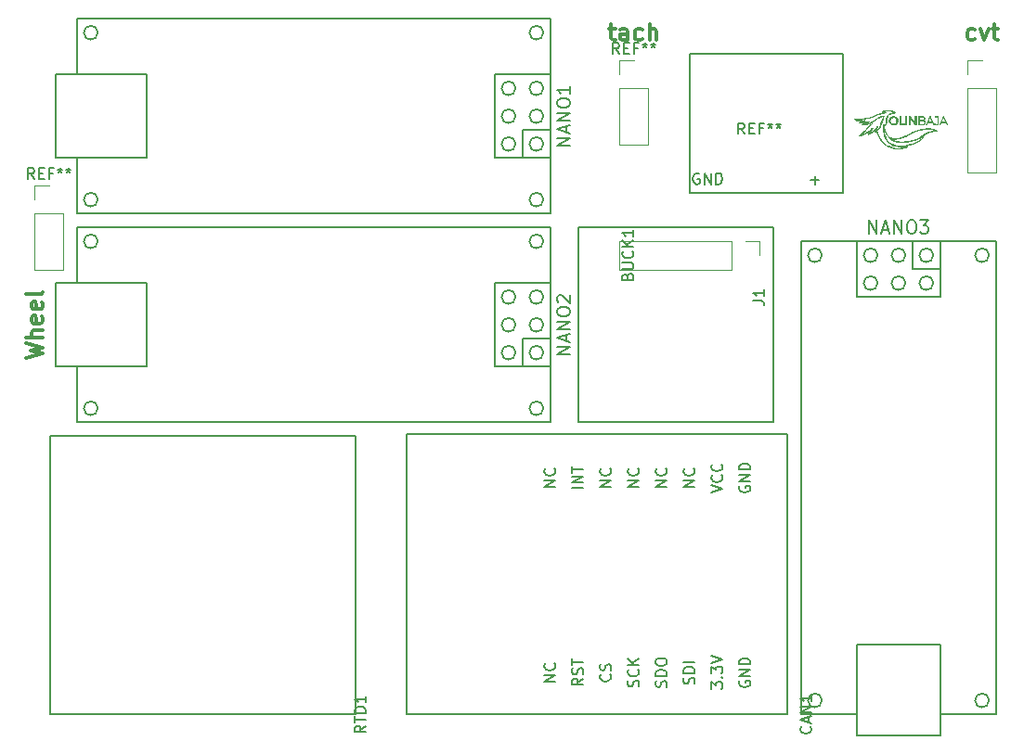
<source format=gbr>
G04 #@! TF.GenerationSoftware,KiCad,Pcbnew,(5.0.0)*
G04 #@! TF.CreationDate,2018-11-14T12:24:37-05:00*
G04 #@! TF.ProjectId,backdash,6261636B646173682E6B696361645F70,rev?*
G04 #@! TF.SameCoordinates,Original*
G04 #@! TF.FileFunction,Legend,Top*
G04 #@! TF.FilePolarity,Positive*
%FSLAX46Y46*%
G04 Gerber Fmt 4.6, Leading zero omitted, Abs format (unit mm)*
G04 Created by KiCad (PCBNEW (5.0.0)) date 11/14/18 12:24:37*
%MOMM*%
%LPD*%
G01*
G04 APERTURE LIST*
%ADD10C,0.300000*%
%ADD11C,0.120000*%
%ADD12C,0.150000*%
%ADD13C,0.010000*%
G04 APERTURE END LIST*
D10*
X163008571Y-53800000D02*
X164508571Y-53442857D01*
X163437142Y-53157142D01*
X164508571Y-52871428D01*
X163008571Y-52514285D01*
X164508571Y-51942857D02*
X163008571Y-51942857D01*
X164508571Y-51300000D02*
X163722857Y-51300000D01*
X163580000Y-51371428D01*
X163508571Y-51514285D01*
X163508571Y-51728571D01*
X163580000Y-51871428D01*
X163651428Y-51942857D01*
X164437142Y-50014285D02*
X164508571Y-50157142D01*
X164508571Y-50442857D01*
X164437142Y-50585714D01*
X164294285Y-50657142D01*
X163722857Y-50657142D01*
X163580000Y-50585714D01*
X163508571Y-50442857D01*
X163508571Y-50157142D01*
X163580000Y-50014285D01*
X163722857Y-49942857D01*
X163865714Y-49942857D01*
X164008571Y-50657142D01*
X164437142Y-48728571D02*
X164508571Y-48871428D01*
X164508571Y-49157142D01*
X164437142Y-49300000D01*
X164294285Y-49371428D01*
X163722857Y-49371428D01*
X163580000Y-49300000D01*
X163508571Y-49157142D01*
X163508571Y-48871428D01*
X163580000Y-48728571D01*
X163722857Y-48657142D01*
X163865714Y-48657142D01*
X164008571Y-49371428D01*
X164508571Y-47800000D02*
X164437142Y-47942857D01*
X164294285Y-48014285D01*
X163008571Y-48014285D01*
X249547142Y-24737142D02*
X249404285Y-24808571D01*
X249118571Y-24808571D01*
X248975714Y-24737142D01*
X248904285Y-24665714D01*
X248832857Y-24522857D01*
X248832857Y-24094285D01*
X248904285Y-23951428D01*
X248975714Y-23880000D01*
X249118571Y-23808571D01*
X249404285Y-23808571D01*
X249547142Y-23880000D01*
X250047142Y-23808571D02*
X250404285Y-24808571D01*
X250761428Y-23808571D01*
X251118571Y-23808571D02*
X251690000Y-23808571D01*
X251332857Y-23308571D02*
X251332857Y-24594285D01*
X251404285Y-24737142D01*
X251547142Y-24808571D01*
X251690000Y-24808571D01*
X216154285Y-23808571D02*
X216725714Y-23808571D01*
X216368571Y-23308571D02*
X216368571Y-24594285D01*
X216440000Y-24737142D01*
X216582857Y-24808571D01*
X216725714Y-24808571D01*
X217868571Y-24808571D02*
X217868571Y-24022857D01*
X217797142Y-23880000D01*
X217654285Y-23808571D01*
X217368571Y-23808571D01*
X217225714Y-23880000D01*
X217868571Y-24737142D02*
X217725714Y-24808571D01*
X217368571Y-24808571D01*
X217225714Y-24737142D01*
X217154285Y-24594285D01*
X217154285Y-24451428D01*
X217225714Y-24308571D01*
X217368571Y-24237142D01*
X217725714Y-24237142D01*
X217868571Y-24165714D01*
X219225714Y-24737142D02*
X219082857Y-24808571D01*
X218797142Y-24808571D01*
X218654285Y-24737142D01*
X218582857Y-24665714D01*
X218511428Y-24522857D01*
X218511428Y-24094285D01*
X218582857Y-23951428D01*
X218654285Y-23880000D01*
X218797142Y-23808571D01*
X219082857Y-23808571D01*
X219225714Y-23880000D01*
X219868571Y-24808571D02*
X219868571Y-23308571D01*
X220511428Y-24808571D02*
X220511428Y-24022857D01*
X220440000Y-23880000D01*
X220297142Y-23808571D01*
X220082857Y-23808571D01*
X219940000Y-23880000D01*
X219868571Y-23951428D01*
D11*
G04 #@! TO.C,REF\002A\002A*
X163770000Y-38040000D02*
X165100000Y-38040000D01*
X163770000Y-39370000D02*
X163770000Y-38040000D01*
X163770000Y-40640000D02*
X166430000Y-40640000D01*
X166430000Y-40640000D02*
X166430000Y-45780000D01*
X163770000Y-40640000D02*
X163770000Y-45780000D01*
X163770000Y-45780000D02*
X166430000Y-45780000D01*
D12*
G04 #@! TO.C,NANO1*
X167640000Y-27940000D02*
X167640000Y-22860000D01*
X167640000Y-40640000D02*
X167640000Y-35560000D01*
X165735000Y-35560000D02*
X165735000Y-27940000D01*
X165735000Y-27940000D02*
X173990000Y-27940000D01*
X173990000Y-27940000D02*
X173990000Y-35560000D01*
X173990000Y-35560000D02*
X165735000Y-35560000D01*
X210185000Y-31750000D02*
G75*
G03X210185000Y-31750000I-635000J0D01*
G01*
X210185000Y-29210000D02*
G75*
G03X210185000Y-29210000I-635000J0D01*
G01*
X207645000Y-29210000D02*
G75*
G03X207645000Y-29210000I-635000J0D01*
G01*
X207645000Y-31750000D02*
G75*
G03X207645000Y-31750000I-635000J0D01*
G01*
X207645000Y-34290000D02*
G75*
G03X207645000Y-34290000I-635000J0D01*
G01*
X210185000Y-34290000D02*
G75*
G03X210185000Y-34290000I-635000J0D01*
G01*
X169545000Y-24130000D02*
G75*
G03X169545000Y-24130000I-635000J0D01*
G01*
X169545000Y-39370000D02*
G75*
G03X169545000Y-39370000I-635000J0D01*
G01*
X210185000Y-24130000D02*
G75*
G03X210185000Y-24130000I-635000J0D01*
G01*
X210185000Y-39370000D02*
G75*
G03X210185000Y-39370000I-635000J0D01*
G01*
X208280000Y-35560000D02*
X208280000Y-33020000D01*
X208280000Y-33020000D02*
X210820000Y-33020000D01*
X205740000Y-35560000D02*
X210820000Y-35560000D01*
X210820000Y-27940000D02*
X205740000Y-27940000D01*
X205740000Y-27940000D02*
X205740000Y-35560000D01*
X210820000Y-40640000D02*
X210820000Y-22860000D01*
X210820000Y-22860000D02*
X167640000Y-22860000D01*
X167640000Y-40640000D02*
X210820000Y-40640000D01*
G04 #@! TO.C,NANO3*
X251460000Y-86360000D02*
X251460000Y-43180000D01*
X233680000Y-43180000D02*
X233680000Y-86360000D01*
X251460000Y-43180000D02*
X233680000Y-43180000D01*
X238760000Y-48260000D02*
X246380000Y-48260000D01*
X238760000Y-43180000D02*
X238760000Y-48260000D01*
X246380000Y-48260000D02*
X246380000Y-43180000D01*
X243840000Y-45720000D02*
X243840000Y-43180000D01*
X246380000Y-45720000D02*
X243840000Y-45720000D01*
X250825000Y-44450000D02*
G75*
G03X250825000Y-44450000I-635000J0D01*
G01*
X235585000Y-44450000D02*
G75*
G03X235585000Y-44450000I-635000J0D01*
G01*
X250825000Y-85090000D02*
G75*
G03X250825000Y-85090000I-635000J0D01*
G01*
X235585000Y-85090000D02*
G75*
G03X235585000Y-85090000I-635000J0D01*
G01*
X245745000Y-44450000D02*
G75*
G03X245745000Y-44450000I-635000J0D01*
G01*
X245745000Y-46990000D02*
G75*
G03X245745000Y-46990000I-635000J0D01*
G01*
X243205000Y-46990000D02*
G75*
G03X243205000Y-46990000I-635000J0D01*
G01*
X240665000Y-46990000D02*
G75*
G03X240665000Y-46990000I-635000J0D01*
G01*
X240665000Y-44450000D02*
G75*
G03X240665000Y-44450000I-635000J0D01*
G01*
X243205000Y-44450000D02*
G75*
G03X243205000Y-44450000I-635000J0D01*
G01*
X246380000Y-80010000D02*
X246380000Y-88265000D01*
X238760000Y-80010000D02*
X246380000Y-80010000D01*
X238760000Y-88265000D02*
X238760000Y-80010000D01*
X246380000Y-88265000D02*
X238760000Y-88265000D01*
X251460000Y-86360000D02*
X246380000Y-86360000D01*
X238760000Y-86360000D02*
X233680000Y-86360000D01*
G04 #@! TO.C,NANO2*
X167640000Y-46990000D02*
X167640000Y-41910000D01*
X167640000Y-59690000D02*
X167640000Y-54610000D01*
X165735000Y-54610000D02*
X165735000Y-46990000D01*
X165735000Y-46990000D02*
X173990000Y-46990000D01*
X173990000Y-46990000D02*
X173990000Y-54610000D01*
X173990000Y-54610000D02*
X165735000Y-54610000D01*
X210185000Y-50800000D02*
G75*
G03X210185000Y-50800000I-635000J0D01*
G01*
X210185000Y-48260000D02*
G75*
G03X210185000Y-48260000I-635000J0D01*
G01*
X207645000Y-48260000D02*
G75*
G03X207645000Y-48260000I-635000J0D01*
G01*
X207645000Y-50800000D02*
G75*
G03X207645000Y-50800000I-635000J0D01*
G01*
X207645000Y-53340000D02*
G75*
G03X207645000Y-53340000I-635000J0D01*
G01*
X210185000Y-53340000D02*
G75*
G03X210185000Y-53340000I-635000J0D01*
G01*
X169545000Y-43180000D02*
G75*
G03X169545000Y-43180000I-635000J0D01*
G01*
X169545000Y-58420000D02*
G75*
G03X169545000Y-58420000I-635000J0D01*
G01*
X210185000Y-43180000D02*
G75*
G03X210185000Y-43180000I-635000J0D01*
G01*
X210185000Y-58420000D02*
G75*
G03X210185000Y-58420000I-635000J0D01*
G01*
X208280000Y-54610000D02*
X208280000Y-52070000D01*
X208280000Y-52070000D02*
X210820000Y-52070000D01*
X205740000Y-54610000D02*
X210820000Y-54610000D01*
X210820000Y-46990000D02*
X205740000Y-46990000D01*
X205740000Y-46990000D02*
X205740000Y-54610000D01*
X210820000Y-59690000D02*
X210820000Y-41910000D01*
X210820000Y-41910000D02*
X167640000Y-41910000D01*
X167640000Y-59690000D02*
X210820000Y-59690000D01*
D11*
G04 #@! TO.C,BUCK1*
X227330000Y-43120000D02*
X227330000Y-45780000D01*
X227330000Y-43120000D02*
X217110000Y-43120000D01*
X227330000Y-45780000D02*
X217110000Y-45780000D01*
X228600000Y-43120000D02*
X229930000Y-43120000D01*
X217110000Y-43120000D02*
X217110000Y-45780000D01*
X229930000Y-43120000D02*
X229930000Y-44450000D01*
D12*
X231140000Y-41910000D02*
X231140000Y-59690000D01*
X231140000Y-59690000D02*
X213360000Y-59690000D01*
X213360000Y-59690000D02*
X213360000Y-41910000D01*
X213360000Y-41910000D02*
X231140000Y-41910000D01*
G04 #@! TO.C,CAN1*
X197700000Y-86360000D02*
X197700000Y-60800000D01*
X197700000Y-60800000D02*
X232410000Y-60800000D01*
X232410000Y-86360000D02*
X232410000Y-60800000D01*
X232410000Y-86360000D02*
X197700000Y-86360000D01*
G04 #@! TO.C,RTD1*
X193040000Y-86360000D02*
X165170000Y-86360000D01*
X165170000Y-86360000D02*
X165170000Y-60950000D01*
X165170000Y-60950000D02*
X193040000Y-60950000D01*
X193040000Y-60950000D02*
X193040000Y-86360000D01*
D11*
G04 #@! TO.C,REF\002A\002A*
X217110000Y-34350000D02*
X219770000Y-34350000D01*
X217110000Y-29210000D02*
X217110000Y-34350000D01*
X219770000Y-29210000D02*
X219770000Y-34350000D01*
X217110000Y-29210000D02*
X219770000Y-29210000D01*
X217110000Y-27940000D02*
X217110000Y-26610000D01*
X217110000Y-26610000D02*
X218440000Y-26610000D01*
X248860000Y-36890000D02*
X251520000Y-36890000D01*
X248860000Y-29210000D02*
X248860000Y-36890000D01*
X251520000Y-29210000D02*
X251520000Y-36890000D01*
X248860000Y-29210000D02*
X251520000Y-29210000D01*
X248860000Y-27940000D02*
X248860000Y-26610000D01*
X248860000Y-26610000D02*
X250190000Y-26610000D01*
D12*
X223520000Y-38770000D02*
X223520000Y-26070000D01*
X237490000Y-38770000D02*
X223520000Y-38770000D01*
X237490000Y-26070000D02*
X237490000Y-38770000D01*
X223520000Y-26070000D02*
X237490000Y-26070000D01*
D13*
G04 #@! TO.C,G\002A\002A\002A*
G36*
X246654491Y-31764711D02*
X246676801Y-31805059D01*
X246708259Y-31866147D01*
X246746461Y-31942916D01*
X246789004Y-32030308D01*
X246833484Y-32123263D01*
X246877499Y-32216723D01*
X246918644Y-32305628D01*
X246954517Y-32384920D01*
X246982714Y-32449540D01*
X247000831Y-32494429D01*
X247006533Y-32513820D01*
X247000668Y-32531524D01*
X246984458Y-32520329D01*
X246959977Y-32482842D01*
X246929303Y-32421671D01*
X246924200Y-32410400D01*
X246871199Y-32291867D01*
X246646766Y-32291956D01*
X246422333Y-32292044D01*
X246368657Y-32410489D01*
X246340724Y-32466856D01*
X246315449Y-32508671D01*
X246297543Y-32528330D01*
X246295279Y-32528933D01*
X246280522Y-32518707D01*
X246281222Y-32512903D01*
X246297468Y-32471863D01*
X246324175Y-32410149D01*
X246358959Y-32332773D01*
X246397392Y-32249200D01*
X246447733Y-32249200D01*
X246463574Y-32252601D01*
X246506729Y-32255390D01*
X246570647Y-32257285D01*
X246648778Y-32258000D01*
X246853278Y-32258000D01*
X246792790Y-32126767D01*
X246757639Y-32049943D01*
X246721416Y-31969881D01*
X246691427Y-31902735D01*
X246689020Y-31897281D01*
X246645737Y-31799028D01*
X246546735Y-32019714D01*
X246511363Y-32099146D01*
X246481577Y-32167146D01*
X246459860Y-32217961D01*
X246448693Y-32245836D01*
X246447733Y-32249200D01*
X246397392Y-32249200D01*
X246399440Y-32244747D01*
X246443235Y-32151081D01*
X246487962Y-32056789D01*
X246531239Y-31966881D01*
X246570685Y-31886370D01*
X246603917Y-31820267D01*
X246628553Y-31773584D01*
X246642212Y-31751332D01*
X246643733Y-31750162D01*
X246654491Y-31764711D01*
X246654491Y-31764711D01*
G37*
X246654491Y-31764711D02*
X246676801Y-31805059D01*
X246708259Y-31866147D01*
X246746461Y-31942916D01*
X246789004Y-32030308D01*
X246833484Y-32123263D01*
X246877499Y-32216723D01*
X246918644Y-32305628D01*
X246954517Y-32384920D01*
X246982714Y-32449540D01*
X247000831Y-32494429D01*
X247006533Y-32513820D01*
X247000668Y-32531524D01*
X246984458Y-32520329D01*
X246959977Y-32482842D01*
X246929303Y-32421671D01*
X246924200Y-32410400D01*
X246871199Y-32291867D01*
X246646766Y-32291956D01*
X246422333Y-32292044D01*
X246368657Y-32410489D01*
X246340724Y-32466856D01*
X246315449Y-32508671D01*
X246297543Y-32528330D01*
X246295279Y-32528933D01*
X246280522Y-32518707D01*
X246281222Y-32512903D01*
X246297468Y-32471863D01*
X246324175Y-32410149D01*
X246358959Y-32332773D01*
X246397392Y-32249200D01*
X246447733Y-32249200D01*
X246463574Y-32252601D01*
X246506729Y-32255390D01*
X246570647Y-32257285D01*
X246648778Y-32258000D01*
X246853278Y-32258000D01*
X246792790Y-32126767D01*
X246757639Y-32049943D01*
X246721416Y-31969881D01*
X246691427Y-31902735D01*
X246689020Y-31897281D01*
X246645737Y-31799028D01*
X246546735Y-32019714D01*
X246511363Y-32099146D01*
X246481577Y-32167146D01*
X246459860Y-32217961D01*
X246448693Y-32245836D01*
X246447733Y-32249200D01*
X246397392Y-32249200D01*
X246399440Y-32244747D01*
X246443235Y-32151081D01*
X246487962Y-32056789D01*
X246531239Y-31966881D01*
X246570685Y-31886370D01*
X246603917Y-31820267D01*
X246628553Y-31773584D01*
X246642212Y-31751332D01*
X246643733Y-31750162D01*
X246654491Y-31764711D01*
G36*
X246176800Y-32409866D02*
X246130233Y-32460194D01*
X246066809Y-32506908D01*
X245993357Y-32521467D01*
X245910964Y-32503707D01*
X245892908Y-32495986D01*
X245840342Y-32465092D01*
X245809830Y-32433245D01*
X245805677Y-32405554D01*
X245810708Y-32398314D01*
X245828889Y-32401024D01*
X245858187Y-32422221D01*
X245859366Y-32423317D01*
X245925289Y-32468196D01*
X245993036Y-32484954D01*
X246056112Y-32473379D01*
X246108018Y-32433259D01*
X246109447Y-32431470D01*
X246121522Y-32413493D01*
X246130307Y-32391343D01*
X246136316Y-32359711D01*
X246140065Y-32313285D01*
X246142069Y-32246754D01*
X246142844Y-32154807D01*
X246142933Y-32086383D01*
X246142933Y-31783867D01*
X246007466Y-31783867D01*
X245940380Y-31781886D01*
X245893237Y-31776480D01*
X245872451Y-31768448D01*
X245871999Y-31766934D01*
X245887985Y-31758820D01*
X245932234Y-31753032D01*
X245999190Y-31750188D01*
X246024399Y-31750000D01*
X246176800Y-31750000D01*
X246176800Y-32409866D01*
X246176800Y-32409866D01*
G37*
X246176800Y-32409866D02*
X246130233Y-32460194D01*
X246066809Y-32506908D01*
X245993357Y-32521467D01*
X245910964Y-32503707D01*
X245892908Y-32495986D01*
X245840342Y-32465092D01*
X245809830Y-32433245D01*
X245805677Y-32405554D01*
X245810708Y-32398314D01*
X245828889Y-32401024D01*
X245858187Y-32422221D01*
X245859366Y-32423317D01*
X245925289Y-32468196D01*
X245993036Y-32484954D01*
X246056112Y-32473379D01*
X246108018Y-32433259D01*
X246109447Y-32431470D01*
X246121522Y-32413493D01*
X246130307Y-32391343D01*
X246136316Y-32359711D01*
X246140065Y-32313285D01*
X246142069Y-32246754D01*
X246142844Y-32154807D01*
X246142933Y-32086383D01*
X246142933Y-31783867D01*
X246007466Y-31783867D01*
X245940380Y-31781886D01*
X245893237Y-31776480D01*
X245872451Y-31768448D01*
X245871999Y-31766934D01*
X245887985Y-31758820D01*
X245932234Y-31753032D01*
X245999190Y-31750188D01*
X246024399Y-31750000D01*
X246176800Y-31750000D01*
X246176800Y-32409866D01*
G36*
X245435291Y-31764711D02*
X245457601Y-31805059D01*
X245489059Y-31866147D01*
X245527261Y-31942916D01*
X245569804Y-32030308D01*
X245614284Y-32123263D01*
X245658299Y-32216723D01*
X245699444Y-32305628D01*
X245735317Y-32384920D01*
X245763514Y-32449540D01*
X245781631Y-32494429D01*
X245787333Y-32513820D01*
X245781468Y-32531524D01*
X245765258Y-32520329D01*
X245740777Y-32482842D01*
X245710103Y-32421671D01*
X245705000Y-32410400D01*
X245651999Y-32291867D01*
X245427566Y-32291956D01*
X245203133Y-32292044D01*
X245149457Y-32410489D01*
X245121524Y-32466856D01*
X245096249Y-32508671D01*
X245078343Y-32528330D01*
X245076079Y-32528933D01*
X245061322Y-32518707D01*
X245062022Y-32512903D01*
X245078268Y-32471863D01*
X245104975Y-32410149D01*
X245139759Y-32332773D01*
X245178192Y-32249200D01*
X245228533Y-32249200D01*
X245244374Y-32252601D01*
X245287529Y-32255390D01*
X245351447Y-32257285D01*
X245429578Y-32258000D01*
X245634078Y-32258000D01*
X245573590Y-32126767D01*
X245538439Y-32049943D01*
X245502216Y-31969881D01*
X245472227Y-31902735D01*
X245469820Y-31897281D01*
X245426537Y-31799028D01*
X245327535Y-32019714D01*
X245292163Y-32099146D01*
X245262377Y-32167146D01*
X245240660Y-32217961D01*
X245229493Y-32245836D01*
X245228533Y-32249200D01*
X245178192Y-32249200D01*
X245180240Y-32244747D01*
X245224035Y-32151081D01*
X245268762Y-32056789D01*
X245312039Y-31966881D01*
X245351485Y-31886370D01*
X245384717Y-31820267D01*
X245409353Y-31773584D01*
X245423012Y-31751332D01*
X245424533Y-31750162D01*
X245435291Y-31764711D01*
X245435291Y-31764711D01*
G37*
X245435291Y-31764711D02*
X245457601Y-31805059D01*
X245489059Y-31866147D01*
X245527261Y-31942916D01*
X245569804Y-32030308D01*
X245614284Y-32123263D01*
X245658299Y-32216723D01*
X245699444Y-32305628D01*
X245735317Y-32384920D01*
X245763514Y-32449540D01*
X245781631Y-32494429D01*
X245787333Y-32513820D01*
X245781468Y-32531524D01*
X245765258Y-32520329D01*
X245740777Y-32482842D01*
X245710103Y-32421671D01*
X245705000Y-32410400D01*
X245651999Y-32291867D01*
X245427566Y-32291956D01*
X245203133Y-32292044D01*
X245149457Y-32410489D01*
X245121524Y-32466856D01*
X245096249Y-32508671D01*
X245078343Y-32528330D01*
X245076079Y-32528933D01*
X245061322Y-32518707D01*
X245062022Y-32512903D01*
X245078268Y-32471863D01*
X245104975Y-32410149D01*
X245139759Y-32332773D01*
X245178192Y-32249200D01*
X245228533Y-32249200D01*
X245244374Y-32252601D01*
X245287529Y-32255390D01*
X245351447Y-32257285D01*
X245429578Y-32258000D01*
X245634078Y-32258000D01*
X245573590Y-32126767D01*
X245538439Y-32049943D01*
X245502216Y-31969881D01*
X245472227Y-31902735D01*
X245469820Y-31897281D01*
X245426537Y-31799028D01*
X245327535Y-32019714D01*
X245292163Y-32099146D01*
X245262377Y-32167146D01*
X245240660Y-32217961D01*
X245229493Y-32245836D01*
X245228533Y-32249200D01*
X245178192Y-32249200D01*
X245180240Y-32244747D01*
X245224035Y-32151081D01*
X245268762Y-32056789D01*
X245312039Y-31966881D01*
X245351485Y-31886370D01*
X245384717Y-31820267D01*
X245409353Y-31773584D01*
X245423012Y-31751332D01*
X245424533Y-31750162D01*
X245435291Y-31764711D01*
G36*
X244708428Y-31754235D02*
X244801512Y-31768140D01*
X244868067Y-31793521D01*
X244911299Y-31832182D01*
X244934413Y-31885925D01*
X244940666Y-31949804D01*
X244934700Y-32007008D01*
X244911812Y-32050288D01*
X244891011Y-32073193D01*
X244841357Y-32122848D01*
X244892345Y-32149216D01*
X244942765Y-32192812D01*
X244975198Y-32256270D01*
X244984585Y-32328151D01*
X244981813Y-32351503D01*
X244959715Y-32413301D01*
X244917637Y-32460624D01*
X244852835Y-32494624D01*
X244762562Y-32516452D01*
X244644073Y-32527259D01*
X244558833Y-32528933D01*
X244398799Y-32528933D01*
X244398799Y-32495067D01*
X244432666Y-32495067D01*
X244572366Y-32494653D01*
X244649741Y-32492240D01*
X244724721Y-32486256D01*
X244782538Y-32477929D01*
X244788016Y-32476739D01*
X244869850Y-32446224D01*
X244923684Y-32400018D01*
X244948027Y-32340235D01*
X244941388Y-32268989D01*
X244939313Y-32262366D01*
X244913000Y-32213870D01*
X244868284Y-32178758D01*
X244801404Y-32155646D01*
X244708597Y-32143149D01*
X244606233Y-32139839D01*
X244432666Y-32139467D01*
X244432666Y-32495067D01*
X244398799Y-32495067D01*
X244398799Y-31783867D01*
X244432666Y-31783867D01*
X244432666Y-32105600D01*
X244602840Y-32105600D01*
X244703240Y-32103033D01*
X244774380Y-32095003D01*
X244820501Y-32081016D01*
X244822472Y-32080025D01*
X244878071Y-32036252D01*
X244904206Y-31976468D01*
X244906799Y-31944734D01*
X244897428Y-31884879D01*
X244867433Y-31840345D01*
X244813992Y-31809679D01*
X244734281Y-31791430D01*
X244625479Y-31784145D01*
X244594077Y-31783867D01*
X244432666Y-31783867D01*
X244398799Y-31783867D01*
X244398799Y-31750000D01*
X244585610Y-31750000D01*
X244708428Y-31754235D01*
X244708428Y-31754235D01*
G37*
X244708428Y-31754235D02*
X244801512Y-31768140D01*
X244868067Y-31793521D01*
X244911299Y-31832182D01*
X244934413Y-31885925D01*
X244940666Y-31949804D01*
X244934700Y-32007008D01*
X244911812Y-32050288D01*
X244891011Y-32073193D01*
X244841357Y-32122848D01*
X244892345Y-32149216D01*
X244942765Y-32192812D01*
X244975198Y-32256270D01*
X244984585Y-32328151D01*
X244981813Y-32351503D01*
X244959715Y-32413301D01*
X244917637Y-32460624D01*
X244852835Y-32494624D01*
X244762562Y-32516452D01*
X244644073Y-32527259D01*
X244558833Y-32528933D01*
X244398799Y-32528933D01*
X244398799Y-32495067D01*
X244432666Y-32495067D01*
X244572366Y-32494653D01*
X244649741Y-32492240D01*
X244724721Y-32486256D01*
X244782538Y-32477929D01*
X244788016Y-32476739D01*
X244869850Y-32446224D01*
X244923684Y-32400018D01*
X244948027Y-32340235D01*
X244941388Y-32268989D01*
X244939313Y-32262366D01*
X244913000Y-32213870D01*
X244868284Y-32178758D01*
X244801404Y-32155646D01*
X244708597Y-32143149D01*
X244606233Y-32139839D01*
X244432666Y-32139467D01*
X244432666Y-32495067D01*
X244398799Y-32495067D01*
X244398799Y-31783867D01*
X244432666Y-31783867D01*
X244432666Y-32105600D01*
X244602840Y-32105600D01*
X244703240Y-32103033D01*
X244774380Y-32095003D01*
X244820501Y-32081016D01*
X244822472Y-32080025D01*
X244878071Y-32036252D01*
X244904206Y-31976468D01*
X244906799Y-31944734D01*
X244897428Y-31884879D01*
X244867433Y-31840345D01*
X244813992Y-31809679D01*
X244734281Y-31791430D01*
X244625479Y-31784145D01*
X244594077Y-31783867D01*
X244432666Y-31783867D01*
X244398799Y-31783867D01*
X244398799Y-31750000D01*
X244585610Y-31750000D01*
X244708428Y-31754235D01*
G36*
X243568231Y-31753161D02*
X243587427Y-31758220D01*
X243609048Y-31771584D01*
X243636096Y-31796578D01*
X243671570Y-31836526D01*
X243718472Y-31894756D01*
X243779801Y-31974592D01*
X243839165Y-32053442D01*
X244060133Y-32348418D01*
X244060133Y-31750000D01*
X244161733Y-31750000D01*
X244161733Y-32528933D01*
X244111679Y-32528933D01*
X244093469Y-32526657D01*
X244074183Y-32517630D01*
X244050767Y-32498553D01*
X244020169Y-32466130D01*
X243979333Y-32417061D01*
X243925207Y-32348050D01*
X243854736Y-32255798D01*
X243836512Y-32231760D01*
X243611400Y-31934587D01*
X243606775Y-32231760D01*
X243602151Y-32528933D01*
X243518266Y-32528933D01*
X243518266Y-31747854D01*
X243568231Y-31753161D01*
X243568231Y-31753161D01*
G37*
X243568231Y-31753161D02*
X243587427Y-31758220D01*
X243609048Y-31771584D01*
X243636096Y-31796578D01*
X243671570Y-31836526D01*
X243718472Y-31894756D01*
X243779801Y-31974592D01*
X243839165Y-32053442D01*
X244060133Y-32348418D01*
X244060133Y-31750000D01*
X244161733Y-31750000D01*
X244161733Y-32528933D01*
X244111679Y-32528933D01*
X244093469Y-32526657D01*
X244074183Y-32517630D01*
X244050767Y-32498553D01*
X244020169Y-32466130D01*
X243979333Y-32417061D01*
X243925207Y-32348050D01*
X243854736Y-32255798D01*
X243836512Y-32231760D01*
X243611400Y-31934587D01*
X243606775Y-32231760D01*
X243602151Y-32528933D01*
X243518266Y-32528933D01*
X243518266Y-31747854D01*
X243568231Y-31753161D01*
G36*
X243298133Y-32528933D02*
X243196533Y-32528933D01*
X243196533Y-31750000D01*
X243298133Y-31750000D01*
X243298133Y-32528933D01*
X243298133Y-32528933D01*
G37*
X243298133Y-32528933D02*
X243196533Y-32528933D01*
X243196533Y-31750000D01*
X243298133Y-31750000D01*
X243298133Y-32528933D01*
G36*
X242722400Y-32427333D02*
X243061066Y-32427333D01*
X243061066Y-32528933D01*
X242637733Y-32528933D01*
X242637733Y-31750000D01*
X242722400Y-31750000D01*
X242722400Y-32427333D01*
X242722400Y-32427333D01*
G37*
X242722400Y-32427333D02*
X243061066Y-32427333D01*
X243061066Y-32528933D01*
X242637733Y-32528933D01*
X242637733Y-31750000D01*
X242722400Y-31750000D01*
X242722400Y-32427333D01*
G36*
X242154842Y-31756528D02*
X242255696Y-31787275D01*
X242348738Y-31846116D01*
X242351457Y-31848424D01*
X242424471Y-31931595D01*
X242469378Y-32028230D01*
X242485655Y-32132149D01*
X242472784Y-32237173D01*
X242430243Y-32337121D01*
X242396633Y-32384539D01*
X242319441Y-32452915D01*
X242222553Y-32499689D01*
X242114079Y-32522594D01*
X242002128Y-32519362D01*
X241952517Y-32508704D01*
X241889934Y-32478625D01*
X241818988Y-32422774D01*
X241797971Y-32402580D01*
X241726813Y-32313539D01*
X241688193Y-32219457D01*
X241683947Y-32160212D01*
X241782866Y-32160212D01*
X241803734Y-32241666D01*
X241848369Y-32313082D01*
X241911750Y-32370416D01*
X241988856Y-32409623D01*
X242074666Y-32426655D01*
X242164157Y-32417469D01*
X242202508Y-32404456D01*
X242263610Y-32365803D01*
X242319849Y-32307974D01*
X242361366Y-32242645D01*
X242376428Y-32198497D01*
X242378924Y-32101830D01*
X242352086Y-32013717D01*
X242300277Y-31939292D01*
X242227855Y-31883692D01*
X242139182Y-31852052D01*
X242077731Y-31846722D01*
X241980964Y-31863627D01*
X241897511Y-31909311D01*
X241832580Y-31979676D01*
X241791374Y-32070620D01*
X241790788Y-32072766D01*
X241782866Y-32160212D01*
X241683947Y-32160212D01*
X241680800Y-32116307D01*
X241687662Y-32063961D01*
X241722142Y-31962915D01*
X241781165Y-31879457D01*
X241859339Y-31815339D01*
X241951272Y-31772310D01*
X242051570Y-31752123D01*
X242154842Y-31756528D01*
X242154842Y-31756528D01*
G37*
X242154842Y-31756528D02*
X242255696Y-31787275D01*
X242348738Y-31846116D01*
X242351457Y-31848424D01*
X242424471Y-31931595D01*
X242469378Y-32028230D01*
X242485655Y-32132149D01*
X242472784Y-32237173D01*
X242430243Y-32337121D01*
X242396633Y-32384539D01*
X242319441Y-32452915D01*
X242222553Y-32499689D01*
X242114079Y-32522594D01*
X242002128Y-32519362D01*
X241952517Y-32508704D01*
X241889934Y-32478625D01*
X241818988Y-32422774D01*
X241797971Y-32402580D01*
X241726813Y-32313539D01*
X241688193Y-32219457D01*
X241683947Y-32160212D01*
X241782866Y-32160212D01*
X241803734Y-32241666D01*
X241848369Y-32313082D01*
X241911750Y-32370416D01*
X241988856Y-32409623D01*
X242074666Y-32426655D01*
X242164157Y-32417469D01*
X242202508Y-32404456D01*
X242263610Y-32365803D01*
X242319849Y-32307974D01*
X242361366Y-32242645D01*
X242376428Y-32198497D01*
X242378924Y-32101830D01*
X242352086Y-32013717D01*
X242300277Y-31939292D01*
X242227855Y-31883692D01*
X242139182Y-31852052D01*
X242077731Y-31846722D01*
X241980964Y-31863627D01*
X241897511Y-31909311D01*
X241832580Y-31979676D01*
X241791374Y-32070620D01*
X241790788Y-32072766D01*
X241782866Y-32160212D01*
X241683947Y-32160212D01*
X241680800Y-32116307D01*
X241687662Y-32063961D01*
X241722142Y-31962915D01*
X241781165Y-31879457D01*
X241859339Y-31815339D01*
X241951272Y-31772310D01*
X242051570Y-31752123D01*
X242154842Y-31756528D01*
G36*
X241711833Y-31180579D02*
X241882911Y-31208242D01*
X242026976Y-31259699D01*
X242094176Y-31294455D01*
X242156663Y-31331968D01*
X242207587Y-31367549D01*
X242240094Y-31396510D01*
X242248266Y-31411128D01*
X242232680Y-31418698D01*
X242190902Y-31428385D01*
X242130407Y-31438610D01*
X242095223Y-31443463D01*
X241932874Y-31473851D01*
X241798392Y-31520597D01*
X241689199Y-31585229D01*
X241602716Y-31669274D01*
X241536365Y-31774259D01*
X241536251Y-31774490D01*
X241512271Y-31826408D01*
X241495547Y-31873525D01*
X241484066Y-31925219D01*
X241475813Y-31990866D01*
X241468775Y-32079846D01*
X241467905Y-32092718D01*
X241449700Y-32261966D01*
X241419785Y-32405340D01*
X241378749Y-32521132D01*
X241327181Y-32607633D01*
X241272459Y-32658893D01*
X241244154Y-32682891D01*
X241236336Y-32712119D01*
X241240873Y-32747667D01*
X241262006Y-32835729D01*
X241294790Y-32942580D01*
X241335222Y-33056981D01*
X241379294Y-33167692D01*
X241423003Y-33263471D01*
X241428689Y-33274708D01*
X241516494Y-33426889D01*
X241609213Y-33547683D01*
X241710767Y-33639556D01*
X241825076Y-33704973D01*
X241956059Y-33746398D01*
X242107635Y-33766299D01*
X242214400Y-33768902D01*
X242385094Y-33758100D01*
X242567879Y-33727909D01*
X242764974Y-33677621D01*
X242978599Y-33606530D01*
X243210974Y-33513928D01*
X243464318Y-33399110D01*
X243628333Y-33318750D01*
X243885038Y-33195961D01*
X244124725Y-33094678D01*
X244354280Y-33012418D01*
X244580586Y-32946697D01*
X244793850Y-32898307D01*
X244931020Y-32877095D01*
X245080885Y-32864194D01*
X245234507Y-32859608D01*
X245382951Y-32863339D01*
X245517281Y-32875388D01*
X245628562Y-32895758D01*
X245637542Y-32898108D01*
X245716839Y-32923035D01*
X245799215Y-32954839D01*
X245878440Y-32990381D01*
X245948287Y-33026523D01*
X246002526Y-33060125D01*
X246034930Y-33088049D01*
X246041333Y-33101587D01*
X246025526Y-33106278D01*
X245982613Y-33110275D01*
X245919351Y-33113124D01*
X245850833Y-33114331D01*
X245731040Y-33119518D01*
X245618058Y-33134858D01*
X245504628Y-33162393D01*
X245383491Y-33204164D01*
X245247390Y-33262213D01*
X245135399Y-33315558D01*
X245038105Y-33365151D01*
X244937027Y-33419690D01*
X244838047Y-33475700D01*
X244747052Y-33529707D01*
X244669924Y-33578238D01*
X244612547Y-33617819D01*
X244585066Y-33640465D01*
X244571052Y-33656475D01*
X244581342Y-33656728D01*
X244605656Y-33648149D01*
X244650258Y-33629303D01*
X244704976Y-33603530D01*
X244720537Y-33595731D01*
X244774494Y-33572905D01*
X244803595Y-33572768D01*
X244808591Y-33595848D01*
X244790233Y-33642673D01*
X244789494Y-33644127D01*
X244749966Y-33702181D01*
X244687423Y-33771078D01*
X244608338Y-33845007D01*
X244519186Y-33918158D01*
X244426440Y-33984718D01*
X244371897Y-34018992D01*
X244103023Y-34161205D01*
X243818851Y-34280476D01*
X243526384Y-34374505D01*
X243232623Y-34440989D01*
X242987517Y-34474091D01*
X242912320Y-34481537D01*
X242850456Y-34488864D01*
X242809182Y-34495133D01*
X242795815Y-34498807D01*
X242805027Y-34505296D01*
X242841431Y-34511323D01*
X242898351Y-34516557D01*
X242969111Y-34520664D01*
X243047037Y-34523311D01*
X243125453Y-34524166D01*
X243197684Y-34522894D01*
X243237300Y-34520831D01*
X243304055Y-34517448D01*
X243351391Y-34517773D01*
X243373552Y-34521641D01*
X243373546Y-34524716D01*
X243349220Y-34536347D01*
X243298793Y-34553613D01*
X243229172Y-34574585D01*
X243147269Y-34597331D01*
X243059990Y-34619923D01*
X242974246Y-34640429D01*
X242908666Y-34654589D01*
X242834561Y-34665754D01*
X242736790Y-34675055D01*
X242623831Y-34682225D01*
X242504162Y-34686997D01*
X242386259Y-34689102D01*
X242278599Y-34688274D01*
X242189660Y-34684245D01*
X242139635Y-34678851D01*
X241900391Y-34624337D01*
X241673406Y-34538858D01*
X241460635Y-34423713D01*
X241264033Y-34280199D01*
X241085556Y-34109613D01*
X240927158Y-33913252D01*
X240879384Y-33842642D01*
X240793632Y-33698185D01*
X240712512Y-33539510D01*
X240643417Y-33381684D01*
X240612771Y-33299400D01*
X240591103Y-33237166D01*
X240573750Y-33188596D01*
X240563510Y-33161473D01*
X240562098Y-33158452D01*
X240546140Y-33161653D01*
X240512303Y-33176688D01*
X240506547Y-33179618D01*
X240459737Y-33198332D01*
X240418807Y-33206265D01*
X240418360Y-33206267D01*
X240393988Y-33204076D01*
X240392804Y-33191354D01*
X240409083Y-33164482D01*
X240433280Y-33119998D01*
X240462655Y-33055389D01*
X240492091Y-32982792D01*
X240516474Y-32914348D01*
X240521995Y-32896584D01*
X240523855Y-32880103D01*
X240512718Y-32882397D01*
X240485942Y-32905495D01*
X240440881Y-32951427D01*
X240415851Y-32978031D01*
X240351363Y-33043179D01*
X240280867Y-33108224D01*
X240215908Y-33162712D01*
X240192061Y-33180645D01*
X240136800Y-33216940D01*
X240068182Y-33257447D01*
X239993458Y-33298427D01*
X239919881Y-33336140D01*
X239854704Y-33366847D01*
X239805180Y-33386807D01*
X239781129Y-33392534D01*
X239760655Y-33383956D01*
X239769107Y-33358495D01*
X239806292Y-33316554D01*
X239826812Y-33297374D01*
X239914284Y-33204183D01*
X240002160Y-33083570D01*
X240056592Y-32994600D01*
X240105081Y-32909934D01*
X240004040Y-32996677D01*
X239799136Y-33157253D01*
X239586518Y-33294822D01*
X239372494Y-33405528D01*
X239257523Y-33453170D01*
X239191799Y-33475994D01*
X239119520Y-33498077D01*
X239048374Y-33517461D01*
X238986048Y-33532187D01*
X238940230Y-33540294D01*
X238918606Y-33539823D01*
X238918374Y-33539619D01*
X238928353Y-33527518D01*
X238960707Y-33499841D01*
X239010308Y-33460773D01*
X239014308Y-33457770D01*
X239098756Y-33457770D01*
X239111858Y-33457813D01*
X239150194Y-33446091D01*
X239216673Y-33421927D01*
X239221046Y-33420282D01*
X239435884Y-33325089D01*
X239649282Y-33203483D01*
X239851143Y-33061793D01*
X240013263Y-32923601D01*
X240086976Y-32856331D01*
X240138816Y-32814539D01*
X240169617Y-32798571D01*
X240180210Y-32808774D01*
X240171426Y-32845495D01*
X240144098Y-32909083D01*
X240116023Y-32966501D01*
X240076380Y-33041373D01*
X240034537Y-33110738D01*
X239984153Y-33184317D01*
X239918885Y-33271827D01*
X239904926Y-33289992D01*
X239906546Y-33296288D01*
X239930815Y-33287244D01*
X239972056Y-33266078D01*
X240024590Y-33236011D01*
X240082740Y-33200262D01*
X240140827Y-33162053D01*
X240182400Y-33132641D01*
X240331313Y-33004422D01*
X240463301Y-32853872D01*
X240531895Y-32754626D01*
X240567500Y-32698791D01*
X240596329Y-32655987D01*
X240613864Y-32632822D01*
X240616719Y-32630533D01*
X240620836Y-32645476D01*
X240616089Y-32685738D01*
X240604210Y-32744473D01*
X240586930Y-32814835D01*
X240565979Y-32889977D01*
X240543091Y-32963051D01*
X240519994Y-33027212D01*
X240510745Y-33049634D01*
X240492331Y-33097221D01*
X240484168Y-33129483D01*
X240486562Y-33138534D01*
X240508703Y-33125444D01*
X240544555Y-33090248D01*
X240589100Y-33039056D01*
X240637319Y-32977977D01*
X240684192Y-32913120D01*
X240724701Y-32850595D01*
X240728873Y-32843578D01*
X240789692Y-32730282D01*
X240855336Y-32590484D01*
X240923195Y-32430723D01*
X240990659Y-32257537D01*
X241055119Y-32077465D01*
X241113965Y-31897046D01*
X241136635Y-31821866D01*
X241162767Y-31732865D01*
X241117083Y-31743605D01*
X241048439Y-31764030D01*
X240960422Y-31796310D01*
X240863398Y-31836101D01*
X240767737Y-31879059D01*
X240683805Y-31920840D01*
X240651841Y-31938553D01*
X240438944Y-32079873D01*
X240233681Y-32252485D01*
X240035290Y-32457103D01*
X239843008Y-32694439D01*
X239840155Y-32698267D01*
X239641974Y-32944478D01*
X239435316Y-33162552D01*
X239273141Y-33308572D01*
X239212366Y-33359322D01*
X239160542Y-33402628D01*
X239123577Y-33433552D01*
X239107979Y-33446642D01*
X239098756Y-33457770D01*
X239014308Y-33457770D01*
X239068531Y-33417066D01*
X239188096Y-33321551D01*
X239319303Y-33203512D01*
X239456007Y-33069248D01*
X239592068Y-32925058D01*
X239721343Y-32777241D01*
X239837688Y-32632095D01*
X239850308Y-32615398D01*
X239906575Y-32538909D01*
X239952435Y-32473573D01*
X239985308Y-32423327D01*
X240002617Y-32392110D01*
X240001992Y-32383774D01*
X239910987Y-32411774D01*
X239797052Y-32436035D01*
X239671037Y-32455197D01*
X239543793Y-32467901D01*
X239426173Y-32472788D01*
X239329028Y-32468498D01*
X239327266Y-32468297D01*
X239225666Y-32456547D01*
X239386533Y-32419904D01*
X239465751Y-32399787D01*
X239542667Y-32376654D01*
X239611169Y-32352803D01*
X239665143Y-32330536D01*
X239698476Y-32312151D01*
X239705157Y-32300047D01*
X239685248Y-32298301D01*
X239642965Y-32302716D01*
X239607096Y-32308719D01*
X239545538Y-32316444D01*
X239462504Y-32321451D01*
X239366314Y-32323822D01*
X239265284Y-32323638D01*
X239167735Y-32320980D01*
X239081985Y-32315931D01*
X239016351Y-32308572D01*
X238988600Y-32302643D01*
X238920866Y-32282156D01*
X239094317Y-32253609D01*
X239174916Y-32238221D01*
X239249770Y-32220195D01*
X239308107Y-32202299D01*
X239330209Y-32193027D01*
X239392650Y-32160993D01*
X239186901Y-32169467D01*
X239010571Y-32168500D01*
X238856143Y-32150606D01*
X238725858Y-32116339D01*
X238621957Y-32066252D01*
X238597667Y-32046334D01*
X238674356Y-32046334D01*
X238741894Y-32074982D01*
X238877738Y-32116541D01*
X239035280Y-32136195D01*
X239210101Y-32133603D01*
X239327239Y-32120376D01*
X239389485Y-32112399D01*
X239437762Y-32108607D01*
X239463217Y-32109640D01*
X239464770Y-32110459D01*
X239466355Y-32132890D01*
X239446613Y-32165152D01*
X239412416Y-32198323D01*
X239381798Y-32218230D01*
X239329977Y-32241276D01*
X239268017Y-32263833D01*
X239251066Y-32269118D01*
X239222070Y-32278296D01*
X239211038Y-32284226D01*
X239221312Y-32287269D01*
X239256233Y-32287782D01*
X239319143Y-32286126D01*
X239386533Y-32283683D01*
X239479493Y-32278384D01*
X239570987Y-32270086D01*
X239649777Y-32259981D01*
X239699799Y-32250507D01*
X239759661Y-32236891D01*
X239810208Y-32227510D01*
X239834881Y-32224737D01*
X239854953Y-32226501D01*
X239853151Y-32237445D01*
X239828078Y-32264396D01*
X239826415Y-32266061D01*
X239790242Y-32295465D01*
X239735689Y-32332289D01*
X239674552Y-32368574D01*
X239674399Y-32368658D01*
X239564333Y-32429328D01*
X239663853Y-32418377D01*
X239842326Y-32387531D01*
X239997291Y-32335950D01*
X240133370Y-32261763D01*
X240224733Y-32191116D01*
X240291281Y-32135179D01*
X240369421Y-32073441D01*
X240442612Y-32018956D01*
X240444866Y-32017351D01*
X240532780Y-31959285D01*
X240628746Y-31903417D01*
X240728792Y-31851247D01*
X240828947Y-31804278D01*
X240925238Y-31764009D01*
X241013693Y-31731941D01*
X241090340Y-31709575D01*
X241151207Y-31698413D01*
X241192322Y-31699954D01*
X241209713Y-31715701D01*
X241208440Y-31728834D01*
X241199789Y-31756934D01*
X241183794Y-31809028D01*
X241163028Y-31876726D01*
X241147632Y-31926949D01*
X241057817Y-32201558D01*
X240965685Y-32447139D01*
X240871740Y-32662564D01*
X240776484Y-32846707D01*
X240680422Y-32998442D01*
X240652111Y-33036708D01*
X240593657Y-33112683D01*
X240639541Y-33248375D01*
X240736871Y-33492608D01*
X240857279Y-33720587D01*
X240998415Y-33929417D01*
X241157931Y-34116201D01*
X241333478Y-34278045D01*
X241522707Y-34412054D01*
X241633699Y-34473823D01*
X241850207Y-34564077D01*
X242080864Y-34623869D01*
X242324844Y-34653110D01*
X242581319Y-34651714D01*
X242849463Y-34619593D01*
X242908666Y-34608644D01*
X243103400Y-34570439D01*
X242951000Y-34557969D01*
X242859777Y-34548436D01*
X242760273Y-34534836D01*
X242672304Y-34519914D01*
X242663133Y-34518098D01*
X242585182Y-34502790D01*
X242489377Y-34484642D01*
X242391240Y-34466572D01*
X242346090Y-34458469D01*
X242123538Y-34404246D01*
X241923328Y-34324596D01*
X241745535Y-34219612D01*
X241590233Y-34089383D01*
X241457498Y-33934001D01*
X241347405Y-33753557D01*
X241260028Y-33548142D01*
X241195444Y-33317848D01*
X241153726Y-33062765D01*
X241147518Y-33002179D01*
X241140435Y-32900968D01*
X241138838Y-32850667D01*
X241182367Y-32850667D01*
X241194535Y-33071102D01*
X241231626Y-33292919D01*
X241291436Y-33506604D01*
X241371760Y-33702644D01*
X241386745Y-33732466D01*
X241497049Y-33911606D01*
X241629498Y-34065214D01*
X241784206Y-34193373D01*
X241961289Y-34296165D01*
X242160862Y-34373673D01*
X242341400Y-34418426D01*
X242427210Y-34429622D01*
X242538583Y-34436201D01*
X242667560Y-34438375D01*
X242806181Y-34436357D01*
X242946490Y-34430359D01*
X243080526Y-34420592D01*
X243200331Y-34407269D01*
X243285183Y-34393276D01*
X243463862Y-34350737D01*
X243647282Y-34295126D01*
X243830802Y-34228698D01*
X244009780Y-34153708D01*
X244179574Y-34072413D01*
X244335543Y-33987065D01*
X244473044Y-33899922D01*
X244587435Y-33813237D01*
X244674076Y-33729266D01*
X244689067Y-33711235D01*
X244719871Y-33671454D01*
X244730671Y-33652663D01*
X244722742Y-33649508D01*
X244702474Y-33655045D01*
X244659219Y-33671368D01*
X244607983Y-33694383D01*
X244601999Y-33697326D01*
X244493812Y-33746069D01*
X244359269Y-33798516D01*
X244205360Y-33852454D01*
X244039075Y-33905669D01*
X243867404Y-33955949D01*
X243697338Y-34001079D01*
X243535866Y-34038847D01*
X243498789Y-34046647D01*
X243420516Y-34062154D01*
X243352584Y-34073817D01*
X243287846Y-34082197D01*
X243219154Y-34087853D01*
X243139361Y-34091344D01*
X243041318Y-34093230D01*
X242917878Y-34094069D01*
X242891733Y-34094154D01*
X242764810Y-34094249D01*
X242665689Y-34093408D01*
X242588308Y-34091190D01*
X242526606Y-34087156D01*
X242474520Y-34080866D01*
X242425990Y-34071881D01*
X242374954Y-34059761D01*
X242358333Y-34055470D01*
X242138841Y-33983886D01*
X241942701Y-33889426D01*
X241772802Y-33773740D01*
X241849895Y-33773740D01*
X241864302Y-33789498D01*
X241908911Y-33819208D01*
X241944396Y-33840469D01*
X242124435Y-33931120D01*
X242318920Y-33999386D01*
X242534720Y-34047617D01*
X242564325Y-34052479D01*
X242644699Y-34060442D01*
X242750459Y-34064001D01*
X242873456Y-34063468D01*
X243005540Y-34059156D01*
X243138562Y-34051379D01*
X243264370Y-34040448D01*
X243374817Y-34026677D01*
X243416666Y-34019758D01*
X243566214Y-33989053D01*
X243732901Y-33949008D01*
X243903763Y-33903092D01*
X244065832Y-33854774D01*
X244195152Y-33811493D01*
X244347959Y-33742145D01*
X244459389Y-33671934D01*
X244534266Y-33671934D01*
X244542733Y-33680400D01*
X244551199Y-33671934D01*
X244542733Y-33663467D01*
X244534266Y-33671934D01*
X244459389Y-33671934D01*
X244474999Y-33662099D01*
X244736147Y-33486005D01*
X244994310Y-33336828D01*
X245118466Y-33273865D01*
X245286010Y-33197611D01*
X245434512Y-33141425D01*
X245570597Y-33103279D01*
X245700887Y-33081143D01*
X245766365Y-33075419D01*
X245841123Y-33069489D01*
X245885093Y-33061638D01*
X245897971Y-33050205D01*
X245879455Y-33033531D01*
X245829243Y-33009956D01*
X245748695Y-32978444D01*
X245630903Y-32940716D01*
X245508425Y-32915883D01*
X245371610Y-32902474D01*
X245226872Y-32898961D01*
X245038359Y-32906759D01*
X244847027Y-32930310D01*
X244649318Y-32970658D01*
X244441676Y-33028843D01*
X244220543Y-33105909D01*
X243982359Y-33202897D01*
X243723569Y-33320850D01*
X243626504Y-33367750D01*
X243469923Y-33443664D01*
X243337221Y-33506093D01*
X243222418Y-33557533D01*
X243119533Y-33600479D01*
X243022586Y-33637427D01*
X242925597Y-33670871D01*
X242822585Y-33703307D01*
X242821466Y-33703646D01*
X242637443Y-33752385D01*
X242456759Y-33786837D01*
X242285004Y-33806518D01*
X242127765Y-33810945D01*
X241990630Y-33799635D01*
X241910721Y-33782423D01*
X241865447Y-33771519D01*
X241849895Y-33773740D01*
X241772802Y-33773740D01*
X241769099Y-33771219D01*
X241617218Y-33628393D01*
X241486242Y-33460077D01*
X241375356Y-33265397D01*
X241283743Y-33043483D01*
X241222851Y-32842200D01*
X241183131Y-32689800D01*
X241182367Y-32850667D01*
X241138838Y-32850667D01*
X241137183Y-32798554D01*
X241137497Y-32700487D01*
X241141114Y-32612320D01*
X241147769Y-32539605D01*
X241157198Y-32487894D01*
X241169139Y-32462739D01*
X241173230Y-32461200D01*
X241188247Y-32477267D01*
X241201035Y-32522008D01*
X241206336Y-32555951D01*
X241218174Y-32650701D01*
X241260735Y-32610984D01*
X241320470Y-32535890D01*
X241367834Y-32433056D01*
X241403216Y-32301235D01*
X241427007Y-32139182D01*
X241433829Y-32059057D01*
X241447445Y-31925694D01*
X241469795Y-31818778D01*
X241504171Y-31731329D01*
X241553864Y-31656369D01*
X241622167Y-31586918D01*
X241677940Y-31541547D01*
X241773143Y-31485018D01*
X241892604Y-31439920D01*
X242027772Y-31409276D01*
X242068039Y-31403604D01*
X242167211Y-31391512D01*
X242102864Y-31347787D01*
X241972251Y-31279306D01*
X241819812Y-31236572D01*
X241645427Y-31219553D01*
X241621733Y-31219230D01*
X241551529Y-31220764D01*
X241478919Y-31225463D01*
X241409216Y-31232492D01*
X241347733Y-31241018D01*
X241299783Y-31250206D01*
X241270681Y-31259222D01*
X241265739Y-31267231D01*
X241283066Y-31272404D01*
X241333305Y-31287361D01*
X241356323Y-31310165D01*
X241348935Y-31337380D01*
X241339813Y-31356002D01*
X241358434Y-31360534D01*
X241380640Y-31372571D01*
X241381673Y-31388968D01*
X241372672Y-31402392D01*
X241348016Y-31414122D01*
X241302716Y-31425544D01*
X241231783Y-31438043D01*
X241172998Y-31446904D01*
X240993210Y-31479168D01*
X240828531Y-31523051D01*
X240665737Y-31582706D01*
X240499483Y-31658406D01*
X240323346Y-31736826D01*
X240127300Y-31810088D01*
X239917986Y-31876619D01*
X239702048Y-31934842D01*
X239486129Y-31983182D01*
X239276873Y-32020065D01*
X239080921Y-32043913D01*
X238904916Y-32053153D01*
X238838563Y-32052299D01*
X238674356Y-32046334D01*
X238597667Y-32046334D01*
X238558259Y-32014020D01*
X238530938Y-31977120D01*
X238531536Y-31957073D01*
X238557708Y-31955534D01*
X238607105Y-31974160D01*
X238611593Y-31976372D01*
X238645271Y-31991306D01*
X238680666Y-32001425D01*
X238725075Y-32007574D01*
X238785798Y-32010598D01*
X238870133Y-32011342D01*
X238912400Y-32011189D01*
X239117327Y-32000218D01*
X239341902Y-31970700D01*
X239578744Y-31924491D01*
X239820473Y-31863450D01*
X240059708Y-31789435D01*
X240289069Y-31704305D01*
X240495666Y-31612605D01*
X240707056Y-31520610D01*
X240911485Y-31454993D01*
X241118750Y-31412702D01*
X241152208Y-31407979D01*
X241222499Y-31398097D01*
X241262762Y-31390653D01*
X241276637Y-31384394D01*
X241267760Y-31378069D01*
X241252271Y-31373525D01*
X241216220Y-31358825D01*
X241198443Y-31341798D01*
X241203578Y-31329132D01*
X241219566Y-31326408D01*
X241228381Y-31320553D01*
X241215333Y-31309734D01*
X241182460Y-31298961D01*
X241133695Y-31293297D01*
X241123046Y-31293059D01*
X241081329Y-31289985D01*
X241068885Y-31281979D01*
X241081669Y-31270195D01*
X241115639Y-31255786D01*
X241166752Y-31239905D01*
X241230965Y-31223706D01*
X241304234Y-31208343D01*
X241382516Y-31194969D01*
X241461767Y-31184737D01*
X241520133Y-31179774D01*
X241711833Y-31180579D01*
X241711833Y-31180579D01*
G37*
X241711833Y-31180579D02*
X241882911Y-31208242D01*
X242026976Y-31259699D01*
X242094176Y-31294455D01*
X242156663Y-31331968D01*
X242207587Y-31367549D01*
X242240094Y-31396510D01*
X242248266Y-31411128D01*
X242232680Y-31418698D01*
X242190902Y-31428385D01*
X242130407Y-31438610D01*
X242095223Y-31443463D01*
X241932874Y-31473851D01*
X241798392Y-31520597D01*
X241689199Y-31585229D01*
X241602716Y-31669274D01*
X241536365Y-31774259D01*
X241536251Y-31774490D01*
X241512271Y-31826408D01*
X241495547Y-31873525D01*
X241484066Y-31925219D01*
X241475813Y-31990866D01*
X241468775Y-32079846D01*
X241467905Y-32092718D01*
X241449700Y-32261966D01*
X241419785Y-32405340D01*
X241378749Y-32521132D01*
X241327181Y-32607633D01*
X241272459Y-32658893D01*
X241244154Y-32682891D01*
X241236336Y-32712119D01*
X241240873Y-32747667D01*
X241262006Y-32835729D01*
X241294790Y-32942580D01*
X241335222Y-33056981D01*
X241379294Y-33167692D01*
X241423003Y-33263471D01*
X241428689Y-33274708D01*
X241516494Y-33426889D01*
X241609213Y-33547683D01*
X241710767Y-33639556D01*
X241825076Y-33704973D01*
X241956059Y-33746398D01*
X242107635Y-33766299D01*
X242214400Y-33768902D01*
X242385094Y-33758100D01*
X242567879Y-33727909D01*
X242764974Y-33677621D01*
X242978599Y-33606530D01*
X243210974Y-33513928D01*
X243464318Y-33399110D01*
X243628333Y-33318750D01*
X243885038Y-33195961D01*
X244124725Y-33094678D01*
X244354280Y-33012418D01*
X244580586Y-32946697D01*
X244793850Y-32898307D01*
X244931020Y-32877095D01*
X245080885Y-32864194D01*
X245234507Y-32859608D01*
X245382951Y-32863339D01*
X245517281Y-32875388D01*
X245628562Y-32895758D01*
X245637542Y-32898108D01*
X245716839Y-32923035D01*
X245799215Y-32954839D01*
X245878440Y-32990381D01*
X245948287Y-33026523D01*
X246002526Y-33060125D01*
X246034930Y-33088049D01*
X246041333Y-33101587D01*
X246025526Y-33106278D01*
X245982613Y-33110275D01*
X245919351Y-33113124D01*
X245850833Y-33114331D01*
X245731040Y-33119518D01*
X245618058Y-33134858D01*
X245504628Y-33162393D01*
X245383491Y-33204164D01*
X245247390Y-33262213D01*
X245135399Y-33315558D01*
X245038105Y-33365151D01*
X244937027Y-33419690D01*
X244838047Y-33475700D01*
X244747052Y-33529707D01*
X244669924Y-33578238D01*
X244612547Y-33617819D01*
X244585066Y-33640465D01*
X244571052Y-33656475D01*
X244581342Y-33656728D01*
X244605656Y-33648149D01*
X244650258Y-33629303D01*
X244704976Y-33603530D01*
X244720537Y-33595731D01*
X244774494Y-33572905D01*
X244803595Y-33572768D01*
X244808591Y-33595848D01*
X244790233Y-33642673D01*
X244789494Y-33644127D01*
X244749966Y-33702181D01*
X244687423Y-33771078D01*
X244608338Y-33845007D01*
X244519186Y-33918158D01*
X244426440Y-33984718D01*
X244371897Y-34018992D01*
X244103023Y-34161205D01*
X243818851Y-34280476D01*
X243526384Y-34374505D01*
X243232623Y-34440989D01*
X242987517Y-34474091D01*
X242912320Y-34481537D01*
X242850456Y-34488864D01*
X242809182Y-34495133D01*
X242795815Y-34498807D01*
X242805027Y-34505296D01*
X242841431Y-34511323D01*
X242898351Y-34516557D01*
X242969111Y-34520664D01*
X243047037Y-34523311D01*
X243125453Y-34524166D01*
X243197684Y-34522894D01*
X243237300Y-34520831D01*
X243304055Y-34517448D01*
X243351391Y-34517773D01*
X243373552Y-34521641D01*
X243373546Y-34524716D01*
X243349220Y-34536347D01*
X243298793Y-34553613D01*
X243229172Y-34574585D01*
X243147269Y-34597331D01*
X243059990Y-34619923D01*
X242974246Y-34640429D01*
X242908666Y-34654589D01*
X242834561Y-34665754D01*
X242736790Y-34675055D01*
X242623831Y-34682225D01*
X242504162Y-34686997D01*
X242386259Y-34689102D01*
X242278599Y-34688274D01*
X242189660Y-34684245D01*
X242139635Y-34678851D01*
X241900391Y-34624337D01*
X241673406Y-34538858D01*
X241460635Y-34423713D01*
X241264033Y-34280199D01*
X241085556Y-34109613D01*
X240927158Y-33913252D01*
X240879384Y-33842642D01*
X240793632Y-33698185D01*
X240712512Y-33539510D01*
X240643417Y-33381684D01*
X240612771Y-33299400D01*
X240591103Y-33237166D01*
X240573750Y-33188596D01*
X240563510Y-33161473D01*
X240562098Y-33158452D01*
X240546140Y-33161653D01*
X240512303Y-33176688D01*
X240506547Y-33179618D01*
X240459737Y-33198332D01*
X240418807Y-33206265D01*
X240418360Y-33206267D01*
X240393988Y-33204076D01*
X240392804Y-33191354D01*
X240409083Y-33164482D01*
X240433280Y-33119998D01*
X240462655Y-33055389D01*
X240492091Y-32982792D01*
X240516474Y-32914348D01*
X240521995Y-32896584D01*
X240523855Y-32880103D01*
X240512718Y-32882397D01*
X240485942Y-32905495D01*
X240440881Y-32951427D01*
X240415851Y-32978031D01*
X240351363Y-33043179D01*
X240280867Y-33108224D01*
X240215908Y-33162712D01*
X240192061Y-33180645D01*
X240136800Y-33216940D01*
X240068182Y-33257447D01*
X239993458Y-33298427D01*
X239919881Y-33336140D01*
X239854704Y-33366847D01*
X239805180Y-33386807D01*
X239781129Y-33392534D01*
X239760655Y-33383956D01*
X239769107Y-33358495D01*
X239806292Y-33316554D01*
X239826812Y-33297374D01*
X239914284Y-33204183D01*
X240002160Y-33083570D01*
X240056592Y-32994600D01*
X240105081Y-32909934D01*
X240004040Y-32996677D01*
X239799136Y-33157253D01*
X239586518Y-33294822D01*
X239372494Y-33405528D01*
X239257523Y-33453170D01*
X239191799Y-33475994D01*
X239119520Y-33498077D01*
X239048374Y-33517461D01*
X238986048Y-33532187D01*
X238940230Y-33540294D01*
X238918606Y-33539823D01*
X238918374Y-33539619D01*
X238928353Y-33527518D01*
X238960707Y-33499841D01*
X239010308Y-33460773D01*
X239014308Y-33457770D01*
X239098756Y-33457770D01*
X239111858Y-33457813D01*
X239150194Y-33446091D01*
X239216673Y-33421927D01*
X239221046Y-33420282D01*
X239435884Y-33325089D01*
X239649282Y-33203483D01*
X239851143Y-33061793D01*
X240013263Y-32923601D01*
X240086976Y-32856331D01*
X240138816Y-32814539D01*
X240169617Y-32798571D01*
X240180210Y-32808774D01*
X240171426Y-32845495D01*
X240144098Y-32909083D01*
X240116023Y-32966501D01*
X240076380Y-33041373D01*
X240034537Y-33110738D01*
X239984153Y-33184317D01*
X239918885Y-33271827D01*
X239904926Y-33289992D01*
X239906546Y-33296288D01*
X239930815Y-33287244D01*
X239972056Y-33266078D01*
X240024590Y-33236011D01*
X240082740Y-33200262D01*
X240140827Y-33162053D01*
X240182400Y-33132641D01*
X240331313Y-33004422D01*
X240463301Y-32853872D01*
X240531895Y-32754626D01*
X240567500Y-32698791D01*
X240596329Y-32655987D01*
X240613864Y-32632822D01*
X240616719Y-32630533D01*
X240620836Y-32645476D01*
X240616089Y-32685738D01*
X240604210Y-32744473D01*
X240586930Y-32814835D01*
X240565979Y-32889977D01*
X240543091Y-32963051D01*
X240519994Y-33027212D01*
X240510745Y-33049634D01*
X240492331Y-33097221D01*
X240484168Y-33129483D01*
X240486562Y-33138534D01*
X240508703Y-33125444D01*
X240544555Y-33090248D01*
X240589100Y-33039056D01*
X240637319Y-32977977D01*
X240684192Y-32913120D01*
X240724701Y-32850595D01*
X240728873Y-32843578D01*
X240789692Y-32730282D01*
X240855336Y-32590484D01*
X240923195Y-32430723D01*
X240990659Y-32257537D01*
X241055119Y-32077465D01*
X241113965Y-31897046D01*
X241136635Y-31821866D01*
X241162767Y-31732865D01*
X241117083Y-31743605D01*
X241048439Y-31764030D01*
X240960422Y-31796310D01*
X240863398Y-31836101D01*
X240767737Y-31879059D01*
X240683805Y-31920840D01*
X240651841Y-31938553D01*
X240438944Y-32079873D01*
X240233681Y-32252485D01*
X240035290Y-32457103D01*
X239843008Y-32694439D01*
X239840155Y-32698267D01*
X239641974Y-32944478D01*
X239435316Y-33162552D01*
X239273141Y-33308572D01*
X239212366Y-33359322D01*
X239160542Y-33402628D01*
X239123577Y-33433552D01*
X239107979Y-33446642D01*
X239098756Y-33457770D01*
X239014308Y-33457770D01*
X239068531Y-33417066D01*
X239188096Y-33321551D01*
X239319303Y-33203512D01*
X239456007Y-33069248D01*
X239592068Y-32925058D01*
X239721343Y-32777241D01*
X239837688Y-32632095D01*
X239850308Y-32615398D01*
X239906575Y-32538909D01*
X239952435Y-32473573D01*
X239985308Y-32423327D01*
X240002617Y-32392110D01*
X240001992Y-32383774D01*
X239910987Y-32411774D01*
X239797052Y-32436035D01*
X239671037Y-32455197D01*
X239543793Y-32467901D01*
X239426173Y-32472788D01*
X239329028Y-32468498D01*
X239327266Y-32468297D01*
X239225666Y-32456547D01*
X239386533Y-32419904D01*
X239465751Y-32399787D01*
X239542667Y-32376654D01*
X239611169Y-32352803D01*
X239665143Y-32330536D01*
X239698476Y-32312151D01*
X239705157Y-32300047D01*
X239685248Y-32298301D01*
X239642965Y-32302716D01*
X239607096Y-32308719D01*
X239545538Y-32316444D01*
X239462504Y-32321451D01*
X239366314Y-32323822D01*
X239265284Y-32323638D01*
X239167735Y-32320980D01*
X239081985Y-32315931D01*
X239016351Y-32308572D01*
X238988600Y-32302643D01*
X238920866Y-32282156D01*
X239094317Y-32253609D01*
X239174916Y-32238221D01*
X239249770Y-32220195D01*
X239308107Y-32202299D01*
X239330209Y-32193027D01*
X239392650Y-32160993D01*
X239186901Y-32169467D01*
X239010571Y-32168500D01*
X238856143Y-32150606D01*
X238725858Y-32116339D01*
X238621957Y-32066252D01*
X238597667Y-32046334D01*
X238674356Y-32046334D01*
X238741894Y-32074982D01*
X238877738Y-32116541D01*
X239035280Y-32136195D01*
X239210101Y-32133603D01*
X239327239Y-32120376D01*
X239389485Y-32112399D01*
X239437762Y-32108607D01*
X239463217Y-32109640D01*
X239464770Y-32110459D01*
X239466355Y-32132890D01*
X239446613Y-32165152D01*
X239412416Y-32198323D01*
X239381798Y-32218230D01*
X239329977Y-32241276D01*
X239268017Y-32263833D01*
X239251066Y-32269118D01*
X239222070Y-32278296D01*
X239211038Y-32284226D01*
X239221312Y-32287269D01*
X239256233Y-32287782D01*
X239319143Y-32286126D01*
X239386533Y-32283683D01*
X239479493Y-32278384D01*
X239570987Y-32270086D01*
X239649777Y-32259981D01*
X239699799Y-32250507D01*
X239759661Y-32236891D01*
X239810208Y-32227510D01*
X239834881Y-32224737D01*
X239854953Y-32226501D01*
X239853151Y-32237445D01*
X239828078Y-32264396D01*
X239826415Y-32266061D01*
X239790242Y-32295465D01*
X239735689Y-32332289D01*
X239674552Y-32368574D01*
X239674399Y-32368658D01*
X239564333Y-32429328D01*
X239663853Y-32418377D01*
X239842326Y-32387531D01*
X239997291Y-32335950D01*
X240133370Y-32261763D01*
X240224733Y-32191116D01*
X240291281Y-32135179D01*
X240369421Y-32073441D01*
X240442612Y-32018956D01*
X240444866Y-32017351D01*
X240532780Y-31959285D01*
X240628746Y-31903417D01*
X240728792Y-31851247D01*
X240828947Y-31804278D01*
X240925238Y-31764009D01*
X241013693Y-31731941D01*
X241090340Y-31709575D01*
X241151207Y-31698413D01*
X241192322Y-31699954D01*
X241209713Y-31715701D01*
X241208440Y-31728834D01*
X241199789Y-31756934D01*
X241183794Y-31809028D01*
X241163028Y-31876726D01*
X241147632Y-31926949D01*
X241057817Y-32201558D01*
X240965685Y-32447139D01*
X240871740Y-32662564D01*
X240776484Y-32846707D01*
X240680422Y-32998442D01*
X240652111Y-33036708D01*
X240593657Y-33112683D01*
X240639541Y-33248375D01*
X240736871Y-33492608D01*
X240857279Y-33720587D01*
X240998415Y-33929417D01*
X241157931Y-34116201D01*
X241333478Y-34278045D01*
X241522707Y-34412054D01*
X241633699Y-34473823D01*
X241850207Y-34564077D01*
X242080864Y-34623869D01*
X242324844Y-34653110D01*
X242581319Y-34651714D01*
X242849463Y-34619593D01*
X242908666Y-34608644D01*
X243103400Y-34570439D01*
X242951000Y-34557969D01*
X242859777Y-34548436D01*
X242760273Y-34534836D01*
X242672304Y-34519914D01*
X242663133Y-34518098D01*
X242585182Y-34502790D01*
X242489377Y-34484642D01*
X242391240Y-34466572D01*
X242346090Y-34458469D01*
X242123538Y-34404246D01*
X241923328Y-34324596D01*
X241745535Y-34219612D01*
X241590233Y-34089383D01*
X241457498Y-33934001D01*
X241347405Y-33753557D01*
X241260028Y-33548142D01*
X241195444Y-33317848D01*
X241153726Y-33062765D01*
X241147518Y-33002179D01*
X241140435Y-32900968D01*
X241138838Y-32850667D01*
X241182367Y-32850667D01*
X241194535Y-33071102D01*
X241231626Y-33292919D01*
X241291436Y-33506604D01*
X241371760Y-33702644D01*
X241386745Y-33732466D01*
X241497049Y-33911606D01*
X241629498Y-34065214D01*
X241784206Y-34193373D01*
X241961289Y-34296165D01*
X242160862Y-34373673D01*
X242341400Y-34418426D01*
X242427210Y-34429622D01*
X242538583Y-34436201D01*
X242667560Y-34438375D01*
X242806181Y-34436357D01*
X242946490Y-34430359D01*
X243080526Y-34420592D01*
X243200331Y-34407269D01*
X243285183Y-34393276D01*
X243463862Y-34350737D01*
X243647282Y-34295126D01*
X243830802Y-34228698D01*
X244009780Y-34153708D01*
X244179574Y-34072413D01*
X244335543Y-33987065D01*
X244473044Y-33899922D01*
X244587435Y-33813237D01*
X244674076Y-33729266D01*
X244689067Y-33711235D01*
X244719871Y-33671454D01*
X244730671Y-33652663D01*
X244722742Y-33649508D01*
X244702474Y-33655045D01*
X244659219Y-33671368D01*
X244607983Y-33694383D01*
X244601999Y-33697326D01*
X244493812Y-33746069D01*
X244359269Y-33798516D01*
X244205360Y-33852454D01*
X244039075Y-33905669D01*
X243867404Y-33955949D01*
X243697338Y-34001079D01*
X243535866Y-34038847D01*
X243498789Y-34046647D01*
X243420516Y-34062154D01*
X243352584Y-34073817D01*
X243287846Y-34082197D01*
X243219154Y-34087853D01*
X243139361Y-34091344D01*
X243041318Y-34093230D01*
X242917878Y-34094069D01*
X242891733Y-34094154D01*
X242764810Y-34094249D01*
X242665689Y-34093408D01*
X242588308Y-34091190D01*
X242526606Y-34087156D01*
X242474520Y-34080866D01*
X242425990Y-34071881D01*
X242374954Y-34059761D01*
X242358333Y-34055470D01*
X242138841Y-33983886D01*
X241942701Y-33889426D01*
X241772802Y-33773740D01*
X241849895Y-33773740D01*
X241864302Y-33789498D01*
X241908911Y-33819208D01*
X241944396Y-33840469D01*
X242124435Y-33931120D01*
X242318920Y-33999386D01*
X242534720Y-34047617D01*
X242564325Y-34052479D01*
X242644699Y-34060442D01*
X242750459Y-34064001D01*
X242873456Y-34063468D01*
X243005540Y-34059156D01*
X243138562Y-34051379D01*
X243264370Y-34040448D01*
X243374817Y-34026677D01*
X243416666Y-34019758D01*
X243566214Y-33989053D01*
X243732901Y-33949008D01*
X243903763Y-33903092D01*
X244065832Y-33854774D01*
X244195152Y-33811493D01*
X244347959Y-33742145D01*
X244459389Y-33671934D01*
X244534266Y-33671934D01*
X244542733Y-33680400D01*
X244551199Y-33671934D01*
X244542733Y-33663467D01*
X244534266Y-33671934D01*
X244459389Y-33671934D01*
X244474999Y-33662099D01*
X244736147Y-33486005D01*
X244994310Y-33336828D01*
X245118466Y-33273865D01*
X245286010Y-33197611D01*
X245434512Y-33141425D01*
X245570597Y-33103279D01*
X245700887Y-33081143D01*
X245766365Y-33075419D01*
X245841123Y-33069489D01*
X245885093Y-33061638D01*
X245897971Y-33050205D01*
X245879455Y-33033531D01*
X245829243Y-33009956D01*
X245748695Y-32978444D01*
X245630903Y-32940716D01*
X245508425Y-32915883D01*
X245371610Y-32902474D01*
X245226872Y-32898961D01*
X245038359Y-32906759D01*
X244847027Y-32930310D01*
X244649318Y-32970658D01*
X244441676Y-33028843D01*
X244220543Y-33105909D01*
X243982359Y-33202897D01*
X243723569Y-33320850D01*
X243626504Y-33367750D01*
X243469923Y-33443664D01*
X243337221Y-33506093D01*
X243222418Y-33557533D01*
X243119533Y-33600479D01*
X243022586Y-33637427D01*
X242925597Y-33670871D01*
X242822585Y-33703307D01*
X242821466Y-33703646D01*
X242637443Y-33752385D01*
X242456759Y-33786837D01*
X242285004Y-33806518D01*
X242127765Y-33810945D01*
X241990630Y-33799635D01*
X241910721Y-33782423D01*
X241865447Y-33771519D01*
X241849895Y-33773740D01*
X241772802Y-33773740D01*
X241769099Y-33771219D01*
X241617218Y-33628393D01*
X241486242Y-33460077D01*
X241375356Y-33265397D01*
X241283743Y-33043483D01*
X241222851Y-32842200D01*
X241183131Y-32689800D01*
X241182367Y-32850667D01*
X241138838Y-32850667D01*
X241137183Y-32798554D01*
X241137497Y-32700487D01*
X241141114Y-32612320D01*
X241147769Y-32539605D01*
X241157198Y-32487894D01*
X241169139Y-32462739D01*
X241173230Y-32461200D01*
X241188247Y-32477267D01*
X241201035Y-32522008D01*
X241206336Y-32555951D01*
X241218174Y-32650701D01*
X241260735Y-32610984D01*
X241320470Y-32535890D01*
X241367834Y-32433056D01*
X241403216Y-32301235D01*
X241427007Y-32139182D01*
X241433829Y-32059057D01*
X241447445Y-31925694D01*
X241469795Y-31818778D01*
X241504171Y-31731329D01*
X241553864Y-31656369D01*
X241622167Y-31586918D01*
X241677940Y-31541547D01*
X241773143Y-31485018D01*
X241892604Y-31439920D01*
X242027772Y-31409276D01*
X242068039Y-31403604D01*
X242167211Y-31391512D01*
X242102864Y-31347787D01*
X241972251Y-31279306D01*
X241819812Y-31236572D01*
X241645427Y-31219553D01*
X241621733Y-31219230D01*
X241551529Y-31220764D01*
X241478919Y-31225463D01*
X241409216Y-31232492D01*
X241347733Y-31241018D01*
X241299783Y-31250206D01*
X241270681Y-31259222D01*
X241265739Y-31267231D01*
X241283066Y-31272404D01*
X241333305Y-31287361D01*
X241356323Y-31310165D01*
X241348935Y-31337380D01*
X241339813Y-31356002D01*
X241358434Y-31360534D01*
X241380640Y-31372571D01*
X241381673Y-31388968D01*
X241372672Y-31402392D01*
X241348016Y-31414122D01*
X241302716Y-31425544D01*
X241231783Y-31438043D01*
X241172998Y-31446904D01*
X240993210Y-31479168D01*
X240828531Y-31523051D01*
X240665737Y-31582706D01*
X240499483Y-31658406D01*
X240323346Y-31736826D01*
X240127300Y-31810088D01*
X239917986Y-31876619D01*
X239702048Y-31934842D01*
X239486129Y-31983182D01*
X239276873Y-32020065D01*
X239080921Y-32043913D01*
X238904916Y-32053153D01*
X238838563Y-32052299D01*
X238674356Y-32046334D01*
X238597667Y-32046334D01*
X238558259Y-32014020D01*
X238530938Y-31977120D01*
X238531536Y-31957073D01*
X238557708Y-31955534D01*
X238607105Y-31974160D01*
X238611593Y-31976372D01*
X238645271Y-31991306D01*
X238680666Y-32001425D01*
X238725075Y-32007574D01*
X238785798Y-32010598D01*
X238870133Y-32011342D01*
X238912400Y-32011189D01*
X239117327Y-32000218D01*
X239341902Y-31970700D01*
X239578744Y-31924491D01*
X239820473Y-31863450D01*
X240059708Y-31789435D01*
X240289069Y-31704305D01*
X240495666Y-31612605D01*
X240707056Y-31520610D01*
X240911485Y-31454993D01*
X241118750Y-31412702D01*
X241152208Y-31407979D01*
X241222499Y-31398097D01*
X241262762Y-31390653D01*
X241276637Y-31384394D01*
X241267760Y-31378069D01*
X241252271Y-31373525D01*
X241216220Y-31358825D01*
X241198443Y-31341798D01*
X241203578Y-31329132D01*
X241219566Y-31326408D01*
X241228381Y-31320553D01*
X241215333Y-31309734D01*
X241182460Y-31298961D01*
X241133695Y-31293297D01*
X241123046Y-31293059D01*
X241081329Y-31289985D01*
X241068885Y-31281979D01*
X241081669Y-31270195D01*
X241115639Y-31255786D01*
X241166752Y-31239905D01*
X241230965Y-31223706D01*
X241304234Y-31208343D01*
X241382516Y-31194969D01*
X241461767Y-31184737D01*
X241520133Y-31179774D01*
X241711833Y-31180579D01*
G04 #@! TO.C,REF\002A\002A*
D12*
X163766666Y-37492380D02*
X163433333Y-37016190D01*
X163195238Y-37492380D02*
X163195238Y-36492380D01*
X163576190Y-36492380D01*
X163671428Y-36540000D01*
X163719047Y-36587619D01*
X163766666Y-36682857D01*
X163766666Y-36825714D01*
X163719047Y-36920952D01*
X163671428Y-36968571D01*
X163576190Y-37016190D01*
X163195238Y-37016190D01*
X164195238Y-36968571D02*
X164528571Y-36968571D01*
X164671428Y-37492380D02*
X164195238Y-37492380D01*
X164195238Y-36492380D01*
X164671428Y-36492380D01*
X165433333Y-36968571D02*
X165100000Y-36968571D01*
X165100000Y-37492380D02*
X165100000Y-36492380D01*
X165576190Y-36492380D01*
X166100000Y-36492380D02*
X166100000Y-36730476D01*
X165861904Y-36635238D02*
X166100000Y-36730476D01*
X166338095Y-36635238D01*
X165957142Y-36920952D02*
X166100000Y-36730476D01*
X166242857Y-36920952D01*
X166861904Y-36492380D02*
X166861904Y-36730476D01*
X166623809Y-36635238D02*
X166861904Y-36730476D01*
X167100000Y-36635238D01*
X166719047Y-36920952D02*
X166861904Y-36730476D01*
X167004761Y-36920952D01*
G04 #@! TO.C,NANO1*
X212632857Y-34435714D02*
X211432857Y-34435714D01*
X212632857Y-33750000D01*
X211432857Y-33750000D01*
X212290000Y-33235714D02*
X212290000Y-32664285D01*
X212632857Y-33350000D02*
X211432857Y-32950000D01*
X212632857Y-32550000D01*
X212632857Y-32150000D02*
X211432857Y-32150000D01*
X212632857Y-31464285D01*
X211432857Y-31464285D01*
X211432857Y-30664285D02*
X211432857Y-30435714D01*
X211490000Y-30321428D01*
X211604285Y-30207142D01*
X211832857Y-30150000D01*
X212232857Y-30150000D01*
X212461428Y-30207142D01*
X212575714Y-30321428D01*
X212632857Y-30435714D01*
X212632857Y-30664285D01*
X212575714Y-30778571D01*
X212461428Y-30892857D01*
X212232857Y-30950000D01*
X211832857Y-30950000D01*
X211604285Y-30892857D01*
X211490000Y-30778571D01*
X211432857Y-30664285D01*
X212632857Y-29007142D02*
X212632857Y-29692857D01*
X212632857Y-29350000D02*
X211432857Y-29350000D01*
X211604285Y-29464285D01*
X211718571Y-29578571D01*
X211775714Y-29692857D01*
G04 #@! TO.C,NANO3*
X239884285Y-42452857D02*
X239884285Y-41252857D01*
X240570000Y-42452857D01*
X240570000Y-41252857D01*
X241084285Y-42110000D02*
X241655714Y-42110000D01*
X240970000Y-42452857D02*
X241370000Y-41252857D01*
X241770000Y-42452857D01*
X242170000Y-42452857D02*
X242170000Y-41252857D01*
X242855714Y-42452857D01*
X242855714Y-41252857D01*
X243655714Y-41252857D02*
X243884285Y-41252857D01*
X243998571Y-41310000D01*
X244112857Y-41424285D01*
X244170000Y-41652857D01*
X244170000Y-42052857D01*
X244112857Y-42281428D01*
X243998571Y-42395714D01*
X243884285Y-42452857D01*
X243655714Y-42452857D01*
X243541428Y-42395714D01*
X243427142Y-42281428D01*
X243370000Y-42052857D01*
X243370000Y-41652857D01*
X243427142Y-41424285D01*
X243541428Y-41310000D01*
X243655714Y-41252857D01*
X244570000Y-41252857D02*
X245312857Y-41252857D01*
X244912857Y-41710000D01*
X245084285Y-41710000D01*
X245198571Y-41767142D01*
X245255714Y-41824285D01*
X245312857Y-41938571D01*
X245312857Y-42224285D01*
X245255714Y-42338571D01*
X245198571Y-42395714D01*
X245084285Y-42452857D01*
X244741428Y-42452857D01*
X244627142Y-42395714D01*
X244570000Y-42338571D01*
G04 #@! TO.C,NANO2*
X212632857Y-53485714D02*
X211432857Y-53485714D01*
X212632857Y-52800000D01*
X211432857Y-52800000D01*
X212290000Y-52285714D02*
X212290000Y-51714285D01*
X212632857Y-52400000D02*
X211432857Y-52000000D01*
X212632857Y-51600000D01*
X212632857Y-51200000D02*
X211432857Y-51200000D01*
X212632857Y-50514285D01*
X211432857Y-50514285D01*
X211432857Y-49714285D02*
X211432857Y-49485714D01*
X211490000Y-49371428D01*
X211604285Y-49257142D01*
X211832857Y-49200000D01*
X212232857Y-49200000D01*
X212461428Y-49257142D01*
X212575714Y-49371428D01*
X212632857Y-49485714D01*
X212632857Y-49714285D01*
X212575714Y-49828571D01*
X212461428Y-49942857D01*
X212232857Y-50000000D01*
X211832857Y-50000000D01*
X211604285Y-49942857D01*
X211490000Y-49828571D01*
X211432857Y-49714285D01*
X211547142Y-48742857D02*
X211490000Y-48685714D01*
X211432857Y-48571428D01*
X211432857Y-48285714D01*
X211490000Y-48171428D01*
X211547142Y-48114285D01*
X211661428Y-48057142D01*
X211775714Y-48057142D01*
X211947142Y-48114285D01*
X212632857Y-48800000D01*
X212632857Y-48057142D01*
G04 #@! TO.C,BUCK1*
X217868571Y-46378571D02*
X217916190Y-46235714D01*
X217963809Y-46188095D01*
X218059047Y-46140476D01*
X218201904Y-46140476D01*
X218297142Y-46188095D01*
X218344761Y-46235714D01*
X218392380Y-46330952D01*
X218392380Y-46711904D01*
X217392380Y-46711904D01*
X217392380Y-46378571D01*
X217440000Y-46283333D01*
X217487619Y-46235714D01*
X217582857Y-46188095D01*
X217678095Y-46188095D01*
X217773333Y-46235714D01*
X217820952Y-46283333D01*
X217868571Y-46378571D01*
X217868571Y-46711904D01*
X217392380Y-45711904D02*
X218201904Y-45711904D01*
X218297142Y-45664285D01*
X218344761Y-45616666D01*
X218392380Y-45521428D01*
X218392380Y-45330952D01*
X218344761Y-45235714D01*
X218297142Y-45188095D01*
X218201904Y-45140476D01*
X217392380Y-45140476D01*
X218297142Y-44092857D02*
X218344761Y-44140476D01*
X218392380Y-44283333D01*
X218392380Y-44378571D01*
X218344761Y-44521428D01*
X218249523Y-44616666D01*
X218154285Y-44664285D01*
X217963809Y-44711904D01*
X217820952Y-44711904D01*
X217630476Y-44664285D01*
X217535238Y-44616666D01*
X217440000Y-44521428D01*
X217392380Y-44378571D01*
X217392380Y-44283333D01*
X217440000Y-44140476D01*
X217487619Y-44092857D01*
X218392380Y-43664285D02*
X217392380Y-43664285D01*
X218392380Y-43092857D02*
X217820952Y-43521428D01*
X217392380Y-43092857D02*
X217963809Y-43664285D01*
X218392380Y-42140476D02*
X218392380Y-42711904D01*
X218392380Y-42426190D02*
X217392380Y-42426190D01*
X217535238Y-42521428D01*
X217630476Y-42616666D01*
X217678095Y-42711904D01*
X229322380Y-48593333D02*
X230036666Y-48593333D01*
X230179523Y-48640952D01*
X230274761Y-48736190D01*
X230322380Y-48879047D01*
X230322380Y-48974285D01*
X230322380Y-47593333D02*
X230322380Y-48164761D01*
X230322380Y-47879047D02*
X229322380Y-47879047D01*
X229465238Y-47974285D01*
X229560476Y-48069523D01*
X229608095Y-48164761D01*
G04 #@! TO.C,CAN1*
X234537142Y-87479047D02*
X234584761Y-87526666D01*
X234632380Y-87669523D01*
X234632380Y-87764761D01*
X234584761Y-87907619D01*
X234489523Y-88002857D01*
X234394285Y-88050476D01*
X234203809Y-88098095D01*
X234060952Y-88098095D01*
X233870476Y-88050476D01*
X233775238Y-88002857D01*
X233680000Y-87907619D01*
X233632380Y-87764761D01*
X233632380Y-87669523D01*
X233680000Y-87526666D01*
X233727619Y-87479047D01*
X234346666Y-87098095D02*
X234346666Y-86621904D01*
X234632380Y-87193333D02*
X233632380Y-86860000D01*
X234632380Y-86526666D01*
X234632380Y-86193333D02*
X233632380Y-86193333D01*
X234632380Y-85621904D01*
X233632380Y-85621904D01*
X234632380Y-84621904D02*
X234632380Y-85193333D01*
X234632380Y-84907619D02*
X233632380Y-84907619D01*
X233775238Y-85002857D01*
X233870476Y-85098095D01*
X233918095Y-85193333D01*
X228100000Y-65531904D02*
X228052380Y-65627142D01*
X228052380Y-65770000D01*
X228100000Y-65912857D01*
X228195238Y-66008095D01*
X228290476Y-66055714D01*
X228480952Y-66103333D01*
X228623809Y-66103333D01*
X228814285Y-66055714D01*
X228909523Y-66008095D01*
X229004761Y-65912857D01*
X229052380Y-65770000D01*
X229052380Y-65674761D01*
X229004761Y-65531904D01*
X228957142Y-65484285D01*
X228623809Y-65484285D01*
X228623809Y-65674761D01*
X229052380Y-65055714D02*
X228052380Y-65055714D01*
X229052380Y-64484285D01*
X228052380Y-64484285D01*
X229052380Y-64008095D02*
X228052380Y-64008095D01*
X228052380Y-63770000D01*
X228100000Y-63627142D01*
X228195238Y-63531904D01*
X228290476Y-63484285D01*
X228480952Y-63436666D01*
X228623809Y-63436666D01*
X228814285Y-63484285D01*
X228909523Y-63531904D01*
X229004761Y-63627142D01*
X229052380Y-63770000D01*
X229052380Y-64008095D01*
X225512380Y-66103333D02*
X226512380Y-65770000D01*
X225512380Y-65436666D01*
X226417142Y-64531904D02*
X226464761Y-64579523D01*
X226512380Y-64722380D01*
X226512380Y-64817619D01*
X226464761Y-64960476D01*
X226369523Y-65055714D01*
X226274285Y-65103333D01*
X226083809Y-65150952D01*
X225940952Y-65150952D01*
X225750476Y-65103333D01*
X225655238Y-65055714D01*
X225560000Y-64960476D01*
X225512380Y-64817619D01*
X225512380Y-64722380D01*
X225560000Y-64579523D01*
X225607619Y-64531904D01*
X226417142Y-63531904D02*
X226464761Y-63579523D01*
X226512380Y-63722380D01*
X226512380Y-63817619D01*
X226464761Y-63960476D01*
X226369523Y-64055714D01*
X226274285Y-64103333D01*
X226083809Y-64150952D01*
X225940952Y-64150952D01*
X225750476Y-64103333D01*
X225655238Y-64055714D01*
X225560000Y-63960476D01*
X225512380Y-63817619D01*
X225512380Y-63722380D01*
X225560000Y-63579523D01*
X225607619Y-63531904D01*
X223972380Y-65555714D02*
X222972380Y-65555714D01*
X223972380Y-64984285D01*
X222972380Y-64984285D01*
X223877142Y-63936666D02*
X223924761Y-63984285D01*
X223972380Y-64127142D01*
X223972380Y-64222380D01*
X223924761Y-64365238D01*
X223829523Y-64460476D01*
X223734285Y-64508095D01*
X223543809Y-64555714D01*
X223400952Y-64555714D01*
X223210476Y-64508095D01*
X223115238Y-64460476D01*
X223020000Y-64365238D01*
X222972380Y-64222380D01*
X222972380Y-64127142D01*
X223020000Y-63984285D01*
X223067619Y-63936666D01*
X221432380Y-65555714D02*
X220432380Y-65555714D01*
X221432380Y-64984285D01*
X220432380Y-64984285D01*
X221337142Y-63936666D02*
X221384761Y-63984285D01*
X221432380Y-64127142D01*
X221432380Y-64222380D01*
X221384761Y-64365238D01*
X221289523Y-64460476D01*
X221194285Y-64508095D01*
X221003809Y-64555714D01*
X220860952Y-64555714D01*
X220670476Y-64508095D01*
X220575238Y-64460476D01*
X220480000Y-64365238D01*
X220432380Y-64222380D01*
X220432380Y-64127142D01*
X220480000Y-63984285D01*
X220527619Y-63936666D01*
X218892380Y-65555714D02*
X217892380Y-65555714D01*
X218892380Y-64984285D01*
X217892380Y-64984285D01*
X218797142Y-63936666D02*
X218844761Y-63984285D01*
X218892380Y-64127142D01*
X218892380Y-64222380D01*
X218844761Y-64365238D01*
X218749523Y-64460476D01*
X218654285Y-64508095D01*
X218463809Y-64555714D01*
X218320952Y-64555714D01*
X218130476Y-64508095D01*
X218035238Y-64460476D01*
X217940000Y-64365238D01*
X217892380Y-64222380D01*
X217892380Y-64127142D01*
X217940000Y-63984285D01*
X217987619Y-63936666D01*
X216352380Y-65555714D02*
X215352380Y-65555714D01*
X216352380Y-64984285D01*
X215352380Y-64984285D01*
X216257142Y-63936666D02*
X216304761Y-63984285D01*
X216352380Y-64127142D01*
X216352380Y-64222380D01*
X216304761Y-64365238D01*
X216209523Y-64460476D01*
X216114285Y-64508095D01*
X215923809Y-64555714D01*
X215780952Y-64555714D01*
X215590476Y-64508095D01*
X215495238Y-64460476D01*
X215400000Y-64365238D01*
X215352380Y-64222380D01*
X215352380Y-64127142D01*
X215400000Y-63984285D01*
X215447619Y-63936666D01*
X213812380Y-65674761D02*
X212812380Y-65674761D01*
X213812380Y-65198571D02*
X212812380Y-65198571D01*
X213812380Y-64627142D01*
X212812380Y-64627142D01*
X212812380Y-64293809D02*
X212812380Y-63722380D01*
X213812380Y-64008095D02*
X212812380Y-64008095D01*
X211272380Y-65555714D02*
X210272380Y-65555714D01*
X211272380Y-64984285D01*
X210272380Y-64984285D01*
X211177142Y-63936666D02*
X211224761Y-63984285D01*
X211272380Y-64127142D01*
X211272380Y-64222380D01*
X211224761Y-64365238D01*
X211129523Y-64460476D01*
X211034285Y-64508095D01*
X210843809Y-64555714D01*
X210700952Y-64555714D01*
X210510476Y-64508095D01*
X210415238Y-64460476D01*
X210320000Y-64365238D01*
X210272380Y-64222380D01*
X210272380Y-64127142D01*
X210320000Y-63984285D01*
X210367619Y-63936666D01*
X228100000Y-83311904D02*
X228052380Y-83407142D01*
X228052380Y-83550000D01*
X228100000Y-83692857D01*
X228195238Y-83788095D01*
X228290476Y-83835714D01*
X228480952Y-83883333D01*
X228623809Y-83883333D01*
X228814285Y-83835714D01*
X228909523Y-83788095D01*
X229004761Y-83692857D01*
X229052380Y-83550000D01*
X229052380Y-83454761D01*
X229004761Y-83311904D01*
X228957142Y-83264285D01*
X228623809Y-83264285D01*
X228623809Y-83454761D01*
X229052380Y-82835714D02*
X228052380Y-82835714D01*
X229052380Y-82264285D01*
X228052380Y-82264285D01*
X229052380Y-81788095D02*
X228052380Y-81788095D01*
X228052380Y-81550000D01*
X228100000Y-81407142D01*
X228195238Y-81311904D01*
X228290476Y-81264285D01*
X228480952Y-81216666D01*
X228623809Y-81216666D01*
X228814285Y-81264285D01*
X228909523Y-81311904D01*
X229004761Y-81407142D01*
X229052380Y-81550000D01*
X229052380Y-81788095D01*
X225512380Y-84026190D02*
X225512380Y-83407142D01*
X225893333Y-83740476D01*
X225893333Y-83597619D01*
X225940952Y-83502380D01*
X225988571Y-83454761D01*
X226083809Y-83407142D01*
X226321904Y-83407142D01*
X226417142Y-83454761D01*
X226464761Y-83502380D01*
X226512380Y-83597619D01*
X226512380Y-83883333D01*
X226464761Y-83978571D01*
X226417142Y-84026190D01*
X226417142Y-82978571D02*
X226464761Y-82930952D01*
X226512380Y-82978571D01*
X226464761Y-83026190D01*
X226417142Y-82978571D01*
X226512380Y-82978571D01*
X225512380Y-82597619D02*
X225512380Y-81978571D01*
X225893333Y-82311904D01*
X225893333Y-82169047D01*
X225940952Y-82073809D01*
X225988571Y-82026190D01*
X226083809Y-81978571D01*
X226321904Y-81978571D01*
X226417142Y-82026190D01*
X226464761Y-82073809D01*
X226512380Y-82169047D01*
X226512380Y-82454761D01*
X226464761Y-82550000D01*
X226417142Y-82597619D01*
X225512380Y-81692857D02*
X226512380Y-81359523D01*
X225512380Y-81026190D01*
X223924761Y-83573809D02*
X223972380Y-83430952D01*
X223972380Y-83192857D01*
X223924761Y-83097619D01*
X223877142Y-83050000D01*
X223781904Y-83002380D01*
X223686666Y-83002380D01*
X223591428Y-83050000D01*
X223543809Y-83097619D01*
X223496190Y-83192857D01*
X223448571Y-83383333D01*
X223400952Y-83478571D01*
X223353333Y-83526190D01*
X223258095Y-83573809D01*
X223162857Y-83573809D01*
X223067619Y-83526190D01*
X223020000Y-83478571D01*
X222972380Y-83383333D01*
X222972380Y-83145238D01*
X223020000Y-83002380D01*
X223972380Y-82573809D02*
X222972380Y-82573809D01*
X222972380Y-82335714D01*
X223020000Y-82192857D01*
X223115238Y-82097619D01*
X223210476Y-82050000D01*
X223400952Y-82002380D01*
X223543809Y-82002380D01*
X223734285Y-82050000D01*
X223829523Y-82097619D01*
X223924761Y-82192857D01*
X223972380Y-82335714D01*
X223972380Y-82573809D01*
X223972380Y-81573809D02*
X222972380Y-81573809D01*
X221384761Y-83859523D02*
X221432380Y-83716666D01*
X221432380Y-83478571D01*
X221384761Y-83383333D01*
X221337142Y-83335714D01*
X221241904Y-83288095D01*
X221146666Y-83288095D01*
X221051428Y-83335714D01*
X221003809Y-83383333D01*
X220956190Y-83478571D01*
X220908571Y-83669047D01*
X220860952Y-83764285D01*
X220813333Y-83811904D01*
X220718095Y-83859523D01*
X220622857Y-83859523D01*
X220527619Y-83811904D01*
X220480000Y-83764285D01*
X220432380Y-83669047D01*
X220432380Y-83430952D01*
X220480000Y-83288095D01*
X221432380Y-82859523D02*
X220432380Y-82859523D01*
X220432380Y-82621428D01*
X220480000Y-82478571D01*
X220575238Y-82383333D01*
X220670476Y-82335714D01*
X220860952Y-82288095D01*
X221003809Y-82288095D01*
X221194285Y-82335714D01*
X221289523Y-82383333D01*
X221384761Y-82478571D01*
X221432380Y-82621428D01*
X221432380Y-82859523D01*
X220432380Y-81669047D02*
X220432380Y-81478571D01*
X220480000Y-81383333D01*
X220575238Y-81288095D01*
X220765714Y-81240476D01*
X221099047Y-81240476D01*
X221289523Y-81288095D01*
X221384761Y-81383333D01*
X221432380Y-81478571D01*
X221432380Y-81669047D01*
X221384761Y-81764285D01*
X221289523Y-81859523D01*
X221099047Y-81907142D01*
X220765714Y-81907142D01*
X220575238Y-81859523D01*
X220480000Y-81764285D01*
X220432380Y-81669047D01*
X218844761Y-83835714D02*
X218892380Y-83692857D01*
X218892380Y-83454761D01*
X218844761Y-83359523D01*
X218797142Y-83311904D01*
X218701904Y-83264285D01*
X218606666Y-83264285D01*
X218511428Y-83311904D01*
X218463809Y-83359523D01*
X218416190Y-83454761D01*
X218368571Y-83645238D01*
X218320952Y-83740476D01*
X218273333Y-83788095D01*
X218178095Y-83835714D01*
X218082857Y-83835714D01*
X217987619Y-83788095D01*
X217940000Y-83740476D01*
X217892380Y-83645238D01*
X217892380Y-83407142D01*
X217940000Y-83264285D01*
X218797142Y-82264285D02*
X218844761Y-82311904D01*
X218892380Y-82454761D01*
X218892380Y-82550000D01*
X218844761Y-82692857D01*
X218749523Y-82788095D01*
X218654285Y-82835714D01*
X218463809Y-82883333D01*
X218320952Y-82883333D01*
X218130476Y-82835714D01*
X218035238Y-82788095D01*
X217940000Y-82692857D01*
X217892380Y-82550000D01*
X217892380Y-82454761D01*
X217940000Y-82311904D01*
X217987619Y-82264285D01*
X218892380Y-81835714D02*
X217892380Y-81835714D01*
X218892380Y-81264285D02*
X218320952Y-81692857D01*
X217892380Y-81264285D02*
X218463809Y-81835714D01*
X216257142Y-82716666D02*
X216304761Y-82764285D01*
X216352380Y-82907142D01*
X216352380Y-83002380D01*
X216304761Y-83145238D01*
X216209523Y-83240476D01*
X216114285Y-83288095D01*
X215923809Y-83335714D01*
X215780952Y-83335714D01*
X215590476Y-83288095D01*
X215495238Y-83240476D01*
X215400000Y-83145238D01*
X215352380Y-83002380D01*
X215352380Y-82907142D01*
X215400000Y-82764285D01*
X215447619Y-82716666D01*
X216304761Y-82335714D02*
X216352380Y-82192857D01*
X216352380Y-81954761D01*
X216304761Y-81859523D01*
X216257142Y-81811904D01*
X216161904Y-81764285D01*
X216066666Y-81764285D01*
X215971428Y-81811904D01*
X215923809Y-81859523D01*
X215876190Y-81954761D01*
X215828571Y-82145238D01*
X215780952Y-82240476D01*
X215733333Y-82288095D01*
X215638095Y-82335714D01*
X215542857Y-82335714D01*
X215447619Y-82288095D01*
X215400000Y-82240476D01*
X215352380Y-82145238D01*
X215352380Y-81907142D01*
X215400000Y-81764285D01*
X213812380Y-83097619D02*
X213336190Y-83430952D01*
X213812380Y-83669047D02*
X212812380Y-83669047D01*
X212812380Y-83288095D01*
X212860000Y-83192857D01*
X212907619Y-83145238D01*
X213002857Y-83097619D01*
X213145714Y-83097619D01*
X213240952Y-83145238D01*
X213288571Y-83192857D01*
X213336190Y-83288095D01*
X213336190Y-83669047D01*
X213764761Y-82716666D02*
X213812380Y-82573809D01*
X213812380Y-82335714D01*
X213764761Y-82240476D01*
X213717142Y-82192857D01*
X213621904Y-82145238D01*
X213526666Y-82145238D01*
X213431428Y-82192857D01*
X213383809Y-82240476D01*
X213336190Y-82335714D01*
X213288571Y-82526190D01*
X213240952Y-82621428D01*
X213193333Y-82669047D01*
X213098095Y-82716666D01*
X213002857Y-82716666D01*
X212907619Y-82669047D01*
X212860000Y-82621428D01*
X212812380Y-82526190D01*
X212812380Y-82288095D01*
X212860000Y-82145238D01*
X212812380Y-81859523D02*
X212812380Y-81288095D01*
X213812380Y-81573809D02*
X212812380Y-81573809D01*
X211272380Y-83335714D02*
X210272380Y-83335714D01*
X211272380Y-82764285D01*
X210272380Y-82764285D01*
X211177142Y-81716666D02*
X211224761Y-81764285D01*
X211272380Y-81907142D01*
X211272380Y-82002380D01*
X211224761Y-82145238D01*
X211129523Y-82240476D01*
X211034285Y-82288095D01*
X210843809Y-82335714D01*
X210700952Y-82335714D01*
X210510476Y-82288095D01*
X210415238Y-82240476D01*
X210320000Y-82145238D01*
X210272380Y-82002380D01*
X210272380Y-81907142D01*
X210320000Y-81764285D01*
X210367619Y-81716666D01*
G04 #@! TO.C,RTD1*
X193992380Y-87407619D02*
X193516190Y-87740952D01*
X193992380Y-87979047D02*
X192992380Y-87979047D01*
X192992380Y-87598095D01*
X193040000Y-87502857D01*
X193087619Y-87455238D01*
X193182857Y-87407619D01*
X193325714Y-87407619D01*
X193420952Y-87455238D01*
X193468571Y-87502857D01*
X193516190Y-87598095D01*
X193516190Y-87979047D01*
X192992380Y-87121904D02*
X192992380Y-86550476D01*
X193992380Y-86836190D02*
X192992380Y-86836190D01*
X193992380Y-86217142D02*
X192992380Y-86217142D01*
X192992380Y-85979047D01*
X193040000Y-85836190D01*
X193135238Y-85740952D01*
X193230476Y-85693333D01*
X193420952Y-85645714D01*
X193563809Y-85645714D01*
X193754285Y-85693333D01*
X193849523Y-85740952D01*
X193944761Y-85836190D01*
X193992380Y-85979047D01*
X193992380Y-86217142D01*
X193992380Y-84693333D02*
X193992380Y-85264761D01*
X193992380Y-84979047D02*
X192992380Y-84979047D01*
X193135238Y-85074285D01*
X193230476Y-85169523D01*
X193278095Y-85264761D01*
G04 #@! TO.C,REF\002A\002A*
X217106666Y-26062380D02*
X216773333Y-25586190D01*
X216535238Y-26062380D02*
X216535238Y-25062380D01*
X216916190Y-25062380D01*
X217011428Y-25110000D01*
X217059047Y-25157619D01*
X217106666Y-25252857D01*
X217106666Y-25395714D01*
X217059047Y-25490952D01*
X217011428Y-25538571D01*
X216916190Y-25586190D01*
X216535238Y-25586190D01*
X217535238Y-25538571D02*
X217868571Y-25538571D01*
X218011428Y-26062380D02*
X217535238Y-26062380D01*
X217535238Y-25062380D01*
X218011428Y-25062380D01*
X218773333Y-25538571D02*
X218440000Y-25538571D01*
X218440000Y-26062380D02*
X218440000Y-25062380D01*
X218916190Y-25062380D01*
X219440000Y-25062380D02*
X219440000Y-25300476D01*
X219201904Y-25205238D02*
X219440000Y-25300476D01*
X219678095Y-25205238D01*
X219297142Y-25490952D02*
X219440000Y-25300476D01*
X219582857Y-25490952D01*
X220201904Y-25062380D02*
X220201904Y-25300476D01*
X219963809Y-25205238D02*
X220201904Y-25300476D01*
X220440000Y-25205238D01*
X220059047Y-25490952D02*
X220201904Y-25300476D01*
X220344761Y-25490952D01*
X228536666Y-33372380D02*
X228203333Y-32896190D01*
X227965238Y-33372380D02*
X227965238Y-32372380D01*
X228346190Y-32372380D01*
X228441428Y-32420000D01*
X228489047Y-32467619D01*
X228536666Y-32562857D01*
X228536666Y-32705714D01*
X228489047Y-32800952D01*
X228441428Y-32848571D01*
X228346190Y-32896190D01*
X227965238Y-32896190D01*
X228965238Y-32848571D02*
X229298571Y-32848571D01*
X229441428Y-33372380D02*
X228965238Y-33372380D01*
X228965238Y-32372380D01*
X229441428Y-32372380D01*
X230203333Y-32848571D02*
X229870000Y-32848571D01*
X229870000Y-33372380D02*
X229870000Y-32372380D01*
X230346190Y-32372380D01*
X230870000Y-32372380D02*
X230870000Y-32610476D01*
X230631904Y-32515238D02*
X230870000Y-32610476D01*
X231108095Y-32515238D01*
X230727142Y-32800952D02*
X230870000Y-32610476D01*
X231012857Y-32800952D01*
X231631904Y-32372380D02*
X231631904Y-32610476D01*
X231393809Y-32515238D02*
X231631904Y-32610476D01*
X231870000Y-32515238D01*
X231489047Y-32800952D02*
X231631904Y-32610476D01*
X231774761Y-32800952D01*
X234569047Y-37571428D02*
X235330952Y-37571428D01*
X234950000Y-37952380D02*
X234950000Y-37190476D01*
X224403095Y-37000000D02*
X224307857Y-36952380D01*
X224165000Y-36952380D01*
X224022142Y-37000000D01*
X223926904Y-37095238D01*
X223879285Y-37190476D01*
X223831666Y-37380952D01*
X223831666Y-37523809D01*
X223879285Y-37714285D01*
X223926904Y-37809523D01*
X224022142Y-37904761D01*
X224165000Y-37952380D01*
X224260238Y-37952380D01*
X224403095Y-37904761D01*
X224450714Y-37857142D01*
X224450714Y-37523809D01*
X224260238Y-37523809D01*
X224879285Y-37952380D02*
X224879285Y-36952380D01*
X225450714Y-37952380D01*
X225450714Y-36952380D01*
X225926904Y-37952380D02*
X225926904Y-36952380D01*
X226165000Y-36952380D01*
X226307857Y-37000000D01*
X226403095Y-37095238D01*
X226450714Y-37190476D01*
X226498333Y-37380952D01*
X226498333Y-37523809D01*
X226450714Y-37714285D01*
X226403095Y-37809523D01*
X226307857Y-37904761D01*
X226165000Y-37952380D01*
X225926904Y-37952380D01*
G04 #@! TD*
M02*

</source>
